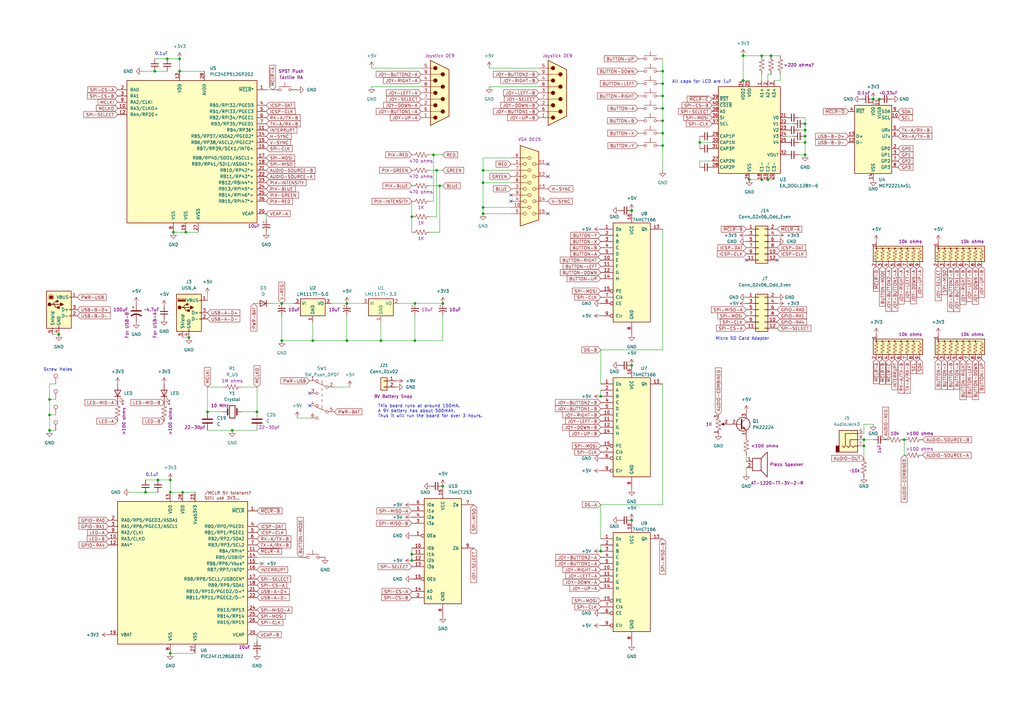
<source format=kicad_sch>
(kicad_sch (version 20230121) (generator eeschema)
  (paper "A3")
  (junction (at 73.66 24.13))
  (junction (at 69.85 201.93))
  (junction (at 312.42 22.86))
  (junction (at 170.18 139.7))
  (junction (at 271.78 44.45))
  (junction (at 287.02 58.42))
  (junction (at 105.41 168.91))
  (junction (at 198.12 74.93))
  (junction (at 20.32 176.53))
  (junction (at 271.78 59.69))
  (junction (at 307.34 73.66))
  (junction (at 115.57 124.46))
  (junction (at 20.32 163.83))
  (junction (at 69.85 196.85))
  (junction (at 181.61 124.46))
  (junction (at 304.8 22.86))
  (junction (at 24.13 137.16))
  (junction (at 71.12 95.25))
  (junction (at 330.2 63.5))
  (junction (at 142.24 139.7))
  (junction (at 74.93 201.93))
  (junction (at 316.23 22.86))
  (junction (at 115.57 139.7))
  (junction (at 128.27 139.7))
  (junction (at 271.78 39.37))
  (junction (at 168.91 88.9))
  (junction (at 271.78 34.29))
  (junction (at 271.78 49.53))
  (junction (at 68.58 24.13))
  (junction (at 246.38 162.56))
  (junction (at 271.78 54.61))
  (junction (at 64.77 196.85))
  (junction (at 330.2 53.34))
  (junction (at 142.24 124.46))
  (junction (at 170.18 124.46))
  (junction (at 198.12 69.85))
  (junction (at 77.47 138.43))
  (junction (at 177.8 63.5))
  (junction (at 246.38 226.06))
  (junction (at 69.85 267.97))
  (junction (at 304.8 33.02))
  (junction (at 198.12 87.63))
  (junction (at 63.5 29.21))
  (junction (at 179.07 69.85))
  (junction (at 198.12 85.09))
  (junction (at 76.2 95.25))
  (junction (at 168.91 227.33))
  (junction (at 181.61 199.39))
  (junction (at 73.66 29.21))
  (junction (at 370.84 180.34))
  (junction (at 259.08 149.86))
  (junction (at 354.33 180.34))
  (junction (at 59.69 201.93))
  (junction (at 330.2 55.88))
  (junction (at 20.32 170.18))
  (junction (at 358.14 40.64))
  (junction (at 168.91 229.87))
  (junction (at 312.42 73.66))
  (junction (at 330.2 50.8))
  (junction (at 314.96 73.66))
  (junction (at 259.08 213.36))
  (junction (at 95.25 176.53))
  (junction (at 180.34 76.2))
  (junction (at 85.09 168.91))
  (junction (at 360.68 40.64))
  (junction (at 271.78 29.21))
  (junction (at 259.08 86.36))
  (junction (at 354.33 182.88))
  (junction (at 330.2 58.42))
  (junction (at 156.21 139.7))
  (no_connect (at 473.71 229.87))
  (no_connect (at 473.71 247.65))
  (no_connect (at 488.95 237.49))
  (no_connect (at 473.71 227.33))
  (no_connect (at 473.71 237.49))
  (no_connect (at 473.71 240.03))
  (no_connect (at 443.23 257.81))
  (no_connect (at 476.25 232.41))
  (no_connect (at 458.47 260.35))
  (no_connect (at 461.01 234.95))
  (no_connect (at 473.71 257.81))
  (no_connect (at 430.53 247.65))
  (no_connect (at 445.77 247.65))
  (no_connect (at 461.01 245.11))
  (no_connect (at 430.53 229.87))
  (no_connect (at 209.55 82.55))
  (no_connect (at 430.53 245.11))
  (no_connect (at 476.25 237.49))
  (no_connect (at 458.47 234.95))
  (no_connect (at 473.71 255.27))
  (no_connect (at 445.77 234.95))
  (no_connect (at 224.79 67.31))
  (no_connect (at 458.47 229.87))
  (no_connect (at 445.77 245.11))
  (no_connect (at 443.23 255.27))
  (no_connect (at 224.79 87.63))
  (no_connect (at 461.01 252.73))
  (no_connect (at 476.25 240.03))
  (no_connect (at 488.95 257.81))
  (no_connect (at 488.95 245.11))
  (no_connect (at 458.47 237.49))
  (no_connect (at 430.53 242.57))
  (no_connect (at 430.53 237.49))
  (no_connect (at 458.47 232.41))
  (no_connect (at 443.23 227.33))
  (no_connect (at 488.95 247.65))
  (no_connect (at 476.25 245.11))
  (no_connect (at 458.47 255.27))
  (no_connect (at 461.01 237.49))
  (no_connect (at 443.23 250.19))
  (no_connect (at 473.71 250.19))
  (no_connect (at 476.25 227.33))
  (no_connect (at 488.95 240.03))
  (no_connect (at 488.95 255.27))
  (no_connect (at 458.47 240.03))
  (no_connect (at 318.77 106.68))
  (no_connect (at 488.95 229.87))
  (no_connect (at 443.23 229.87))
  (no_connect (at 473.71 232.41))
  (no_connect (at 430.53 234.95))
  (no_connect (at 473.71 260.35))
  (no_connect (at 461.01 247.65))
  (no_connect (at 445.77 242.57))
  (no_connect (at 488.95 227.33))
  (no_connect (at 488.95 252.73))
  (no_connect (at 209.55 80.01))
  (no_connect (at 476.25 255.27))
  (no_connect (at 445.77 257.81))
  (no_connect (at 461.01 255.27))
  (no_connect (at 461.01 242.57))
  (no_connect (at 458.47 227.33))
  (no_connect (at 488.95 232.41))
  (no_connect (at 443.23 245.11))
  (no_connect (at 473.71 242.57))
  (no_connect (at 430.53 227.33))
  (no_connect (at 461.01 229.87))
  (no_connect (at 306.07 106.68))
  (no_connect (at 443.23 247.65))
  (no_connect (at 445.77 260.35))
  (no_connect (at 476.25 234.95))
  (no_connect (at 445.77 255.27))
  (no_connect (at 461.01 232.41))
  (no_connect (at 430.53 240.03))
  (no_connect (at 473.71 245.11))
  (no_connect (at 476.25 257.81))
  (no_connect (at 430.53 260.35))
  (no_connect (at 476.25 229.87))
  (no_connect (at 488.95 260.35))
  (no_connect (at 461.01 240.03))
  (no_connect (at 127 161.29))
  (no_connect (at 445.77 250.19))
  (no_connect (at 445.77 229.87))
  (no_connect (at 458.47 252.73))
  (no_connect (at 458.47 250.19))
  (no_connect (at 443.23 232.41))
  (no_connect (at 443.23 234.95))
  (no_connect (at 473.71 234.95))
  (no_connect (at 461.01 250.19))
  (no_connect (at 443.23 260.35))
  (no_connect (at 443.23 237.49))
  (no_connect (at 473.71 252.73))
  (no_connect (at 445.77 237.49))
  (no_connect (at 488.95 234.95))
  (no_connect (at 443.23 240.03))
  (no_connect (at 461.01 257.81))
  (no_connect (at 445.77 252.73))
  (no_connect (at 430.53 250.19))
  (no_connect (at 488.95 250.19))
  (no_connect (at 127 166.37))
  (no_connect (at 476.25 242.57))
  (no_connect (at 445.77 232.41))
  (no_connect (at 461.01 227.33))
  (no_connect (at 476.25 252.73))
  (no_connect (at 458.47 257.81))
  (no_connect (at 443.23 252.73))
  (no_connect (at 458.47 242.57))
  (no_connect (at 476.25 247.65))
  (no_connect (at 430.53 255.27))
  (no_connect (at 461.01 260.35))
  (no_connect (at 445.77 240.03))
  (no_connect (at 430.53 252.73))
  (no_connect (at 430.53 232.41))
  (no_connect (at 476.25 250.19))
  (no_connect (at 445.77 227.33))
  (no_connect (at 476.25 260.35))
  (no_connect (at 430.53 257.81))
  (no_connect (at 224.79 72.39))
  (no_connect (at 458.47 245.11))
  (no_connect (at 443.23 242.57))
  (no_connect (at 488.95 242.57))
  (no_connect (at 458.47 247.65))
  (wire (pts (xy 85.09 176.53) (xy 95.25 176.53)))
  (wire (pts (xy 246.38 226.06) (xy 246.38 223.52)))
  (wire (pts (xy 271.78 157.48) (xy 271.78 207.01)))
  (wire (pts (xy 95.25 176.53) (xy 105.41 176.53)))
  (wire (pts (xy 330.2 48.26) (xy 330.2 50.8)))
  (wire (pts (xy 168.91 82.55) (xy 168.91 88.9)))
  (wire (pts (xy 354.33 173.99) (xy 354.33 177.8)))
  (wire (pts (xy 271.78 44.45) (xy 271.78 39.37)))
  (wire (pts (xy 198.12 87.63) (xy 209.55 87.63)))
  (wire (pts (xy 198.12 85.09) (xy 198.12 74.93)))
  (wire (pts (xy 105.41 168.91) (xy 99.06 168.91)))
  (wire (pts (xy 168.91 88.9) (xy 168.91 95.25)))
  (wire (pts (xy 314.96 33.02) (xy 314.96 30.48)))
  (wire (pts (xy 354.33 182.88) (xy 354.33 187.96)))
  (wire (pts (xy 69.85 196.85) (xy 64.77 196.85)))
  (wire (pts (xy 105.41 228.6) (xy 123.19 228.6)))
  (wire (pts (xy 271.78 49.53) (xy 271.78 44.45)))
  (wire (pts (xy 85.09 158.75) (xy 85.09 168.91)))
  (wire (pts (xy 105.41 262.89) (xy 105.41 260.35)))
  (wire (pts (xy 327.66 63.5) (xy 330.2 63.5)))
  (wire (pts (xy 74.93 201.93) (xy 80.01 201.93)))
  (wire (pts (xy 142.24 124.46) (xy 148.59 124.46)))
  (wire (pts (xy 271.78 59.69) (xy 271.78 54.61)))
  (wire (pts (xy 271.78 54.61) (xy 271.78 49.53)))
  (wire (pts (xy 121.92 171.45) (xy 127 171.45)))
  (wire (pts (xy 181.61 124.46) (xy 170.18 124.46)))
  (wire (pts (xy 176.53 95.25) (xy 180.34 95.25)))
  (wire (pts (xy 111.76 124.46) (xy 115.57 124.46)))
  (wire (pts (xy 271.78 39.37) (xy 271.78 34.29)))
  (wire (pts (xy 304.8 22.86) (xy 304.8 33.02)))
  (wire (pts (xy 322.58 50.8) (xy 325.12 50.8)))
  (wire (pts (xy 24.13 137.16) (xy 21.59 137.16)))
  (wire (pts (xy 76.2 95.25) (xy 81.28 95.25)))
  (wire (pts (xy 320.04 33.02) (xy 320.04 30.48)))
  (wire (pts (xy 306.07 194.31) (xy 306.07 191.77)))
  (wire (pts (xy 115.57 129.54) (xy 115.57 139.7)))
  (wire (pts (xy 20.32 163.83) (xy 22.86 163.83)))
  (wire (pts (xy 330.2 58.42) (xy 327.66 58.42)))
  (wire (pts (xy 128.27 132.08) (xy 128.27 139.7)))
  (wire (pts (xy 20.32 176.53) (xy 22.86 176.53)))
  (wire (pts (xy 330.2 63.5) (xy 330.2 58.42)))
  (wire (pts (xy 198.12 85.09) (xy 209.55 85.09)))
  (wire (pts (xy 53.34 201.93) (xy 59.69 201.93)))
  (wire (pts (xy 20.32 170.18) (xy 22.86 170.18)))
  (wire (pts (xy 181.61 129.54) (xy 181.61 139.7)))
  (wire (pts (xy 198.12 74.93) (xy 209.55 74.93)))
  (wire (pts (xy 287.02 55.88) (xy 287.02 58.42)))
  (wire (pts (xy 314.96 73.66) (xy 312.42 73.66)))
  (wire (pts (xy 181.61 63.5) (xy 177.8 63.5)))
  (wire (pts (xy 181.61 76.2) (xy 180.34 76.2)))
  (wire (pts (xy 168.91 229.87) (xy 168.91 227.33)))
  (wire (pts (xy 327.66 48.26) (xy 330.2 48.26)))
  (wire (pts (xy 306.07 186.69) (xy 306.07 189.23)))
  (wire (pts (xy 85.09 158.75) (xy 91.44 158.75)))
  (wire (pts (xy 115.57 124.46) (xy 120.65 124.46)))
  (wire (pts (xy 152.4 27.94) (xy 172.72 27.94)))
  (wire (pts (xy 135.89 124.46) (xy 142.24 124.46)))
  (wire (pts (xy 109.22 36.83) (xy 111.76 36.83)))
  (wire (pts (xy 322.58 55.88) (xy 325.12 55.88)))
  (wire (pts (xy 246.38 143.51) (xy 246.38 157.48)))
  (wire (pts (xy 314.96 30.48) (xy 316.23 30.48)))
  (wire (pts (xy 179.07 69.85) (xy 179.07 88.9)))
  (wire (pts (xy 198.12 87.63) (xy 198.12 85.09)))
  (wire (pts (xy 156.21 139.7) (xy 170.18 139.7)))
  (wire (pts (xy 246.38 207.01) (xy 246.38 220.98)))
  (wire (pts (xy 142.24 129.54) (xy 142.24 139.7)))
  (wire (pts (xy 163.83 124.46) (xy 170.18 124.46)))
  (wire (pts (xy 180.34 76.2) (xy 180.34 95.25)))
  (wire (pts (xy 271.78 59.69) (xy 271.78 69.85)))
  (wire (pts (xy 271.78 207.01) (xy 246.38 207.01)))
  (wire (pts (xy 320.04 22.86) (xy 316.23 22.86)))
  (wire (pts (xy 287.02 66.04) (xy 292.1 66.04)))
  (wire (pts (xy 200.66 27.94) (xy 220.98 27.94)))
  (wire (pts (xy 198.12 64.77) (xy 209.55 64.77)))
  (wire (pts (xy 177.8 63.5) (xy 177.8 82.55)))
  (wire (pts (xy 179.07 69.85) (xy 176.53 69.85)))
  (wire (pts (xy 198.12 69.85) (xy 198.12 64.77)))
  (wire (pts (xy 246.38 162.56) (xy 246.38 160.02)))
  (wire (pts (xy 20.32 163.83) (xy 20.32 170.18)))
  (wire (pts (xy 317.5 33.02) (xy 320.04 33.02)))
  (wire (pts (xy 85.09 168.91) (xy 91.44 168.91)))
  (wire (pts (xy 304.8 22.86) (xy 312.42 22.86)))
  (wire (pts (xy 63.5 29.21) (xy 68.58 29.21)))
  (wire (pts (xy 115.57 139.7) (xy 128.27 139.7)))
  (wire (pts (xy 198.12 69.85) (xy 209.55 69.85)))
  (wire (pts (xy 68.58 24.13) (xy 63.5 24.13)))
  (wire (pts (xy 128.27 139.7) (xy 142.24 139.7)))
  (wire (pts (xy 176.53 88.9) (xy 179.07 88.9)))
  (wire (pts (xy 287.02 58.42) (xy 292.1 58.42)))
  (wire (pts (xy 271.78 29.21) (xy 271.78 24.13)))
  (wire (pts (xy 143.51 158.75) (xy 137.16 158.75)))
  (wire (pts (xy 99.06 158.75) (xy 105.41 158.75)))
  (wire (pts (xy 330.2 53.34) (xy 330.2 55.88)))
  (wire (pts (xy 69.85 201.93) (xy 74.93 201.93)))
  (wire (pts (xy 20.32 157.48) (xy 20.32 163.83)))
  (wire (pts (xy 176.53 82.55) (xy 177.8 82.55)))
  (wire (pts (xy 64.77 196.85) (xy 59.69 196.85)))
  (wire (pts (xy 317.5 73.66) (xy 314.96 73.66)))
  (wire (pts (xy 85.09 120.65) (xy 85.09 123.19)))
  (wire (pts (xy 168.91 227.33) (xy 168.91 224.79)))
  (wire (pts (xy 109.22 90.17) (xy 109.22 87.63)))
  (wire (pts (xy 20.32 170.18) (xy 20.32 176.53)))
  (wire (pts (xy 156.21 132.08) (xy 156.21 139.7)))
  (wire (pts (xy 271.78 34.29) (xy 271.78 29.21)))
  (wire (pts (xy 316.23 22.86) (xy 312.42 22.86)))
  (wire (pts (xy 271.78 93.98) (xy 271.78 143.51)))
  (wire (pts (xy 170.18 129.54) (xy 170.18 139.7)))
  (wire (pts (xy 73.66 24.13) (xy 68.58 24.13)))
  (wire (pts (xy 287.02 58.42) (xy 287.02 60.96)))
  (wire (pts (xy 354.33 180.34) (xy 358.14 180.34)))
  (wire (pts (xy 180.34 76.2) (xy 176.53 76.2)))
  (wire (pts (xy 22.86 157.48) (xy 20.32 157.48)))
  (wire (pts (xy 370.84 180.34) (xy 370.84 186.69)))
  (wire (pts (xy 69.85 267.97) (xy 80.01 267.97)))
  (wire (pts (xy 327.66 53.34) (xy 330.2 53.34)))
  (wire (pts (xy 304.8 33.02) (xy 307.34 33.02)))
  (wire (pts (xy 198.12 74.93) (xy 198.12 69.85)))
  (wire (pts (xy 71.12 95.25) (xy 76.2 95.25)))
  (wire (pts (xy 58.42 29.21) (xy 63.5 29.21)))
  (wire (pts (xy 354.33 180.34) (xy 354.33 182.88)))
  (wire (pts (xy 354.33 173.99) (xy 358.14 173.99)))
  (wire (pts (xy 200.66 35.56) (xy 220.98 35.56)))
  (wire (pts (xy 358.14 40.64) (xy 360.68 40.64)))
  (wire (pts (xy 105.41 158.75) (xy 105.41 168.91)))
  (wire (pts (xy 330.2 50.8) (xy 330.2 53.34)))
  (wire (pts (xy 74.93 138.43) (xy 77.47 138.43)))
  (wire (pts (xy 73.66 24.13) (xy 73.66 29.21)))
  (wire (pts (xy 271.78 143.51) (xy 246.38 143.51)))
  (wire (pts (xy 142.24 139.7) (xy 156.21 139.7)))
  (wire (pts (xy 181.61 69.85) (xy 179.07 69.85)))
  (wire (pts (xy 170.18 139.7) (xy 181.61 139.7)))
  (wire (pts (xy 73.66 29.21) (xy 83.82 29.21)))
  (wire (pts (xy 287.02 68.58) (xy 287.02 66.04)))
  (wire (pts (xy 177.8 63.5) (xy 176.53 63.5)))
  (wire (pts (xy 330.2 55.88) (xy 330.2 58.42)))
  (wire (pts (xy 69.85 196.85) (xy 69.85 201.93)))
  (wire (pts (xy 312.42 30.48) (xy 312.42 33.02)))
  (wire (pts (xy 59.69 201.93) (xy 64.77 201.93)))
  (wire (pts (xy 152.4 35.56) (xy 172.72 35.56)))
  (wire (pts (xy 312.42 73.66) (xy 307.34 73.66)))
  (text "0.1uF" (at 59.69 195.58 0) (effects (font (size 1.27 1.27)) (justify left bottom)))
  (text "0.1uF" (at 63.5 22.86 0) (effects (font (size 1.27 1.27)) (justify left bottom)))
  (text "Screw Holes" (at 17.78 152.4 0) (effects (font (size 1.27 1.27)) (justify left bottom)))
  (text "This board runs at around 150mA.\nA 9V battery has about 500mAh.\nThus it will run the board for over 3 hours." (at 154.94 171.45 0) (effects (font (size 1.27 1.27)) (justify left bottom)))
  (text "Micro SD Card Adapter" (at 293.37 139.7 0) (effects (font (size 1.27 1.27)) (justify left bottom)))
  (text "All caps for LCD are 1uF" (at 275.59 34.29 0) (effects (font (size 1.27 1.27)) (justify left bottom)))
  (global_label "JOY-LEFT-A" (shape input) (at 172.72 38.1 180) (property "Intersheetrefs" "${INTERSHEET_REFS}" (effects hide)))
  (global_label "BUTTON-B" (shape input) (at 246.38 101.6 180) (property "Intersheetrefs" "${INTERSHEET_REFS}" (effects hide)))
  (global_label "JOY-SELECT" (shape input) (at 384.81 109.22 270) (property "Intersheetrefs" "${INTERSHEET_REFS}" (effects hide)))
  (global_label "USB-B-D+" (shape input) (at 31.75 127 0) (property "Intersheetrefs" "${INTERSHEET_REFS}" (effects hide)))
  (global_label "JOY-UP-A" (shape input) (at 246.38 241.3 180) (property "Intersheetrefs" "${INTERSHEET_REFS}" (effects hide)))
  (global_label "BUTTON-DOWN" (shape input) (at 246.38 111.76 180) (property "Intersheetrefs" "${INTERSHEET_REFS}" (effects hide)))
  (global_label "SPI-MOSI" (shape input) (at 246.38 119.38 180) (property "Intersheetrefs" "${INTERSHEET_REFS}" (effects hide)))
  (global_label "USB-B-D-" (shape input) (at 347.98 58.42 180) (property "Intersheetrefs" "${INTERSHEET_REFS}" (effects hide)))
  (global_label "JOY-RIGHT-B" (shape input) (at 220.98 33.02 180) (property "Intersheetrefs" "${INTERSHEET_REFS}" (effects hide)))
  (global_label "~{MCLR-C}" (shape input) (at 292.1 40.64 180) (property "Intersheetrefs" "${INTERSHEET_REFS}" (effects hide)))
  (global_label "JOY-DOWN-A" (shape input) (at 172.72 43.18 180) (property "Intersheetrefs" "${INTERSHEET_REFS}" (effects hide)))
  (global_label "BUTTON-RIGHT" (shape input) (at 394.97 147.32 270) (property "Intersheetrefs" "${INTERSHEET_REFS}" (effects hide)))
  (global_label "JOY-UP-A" (shape input) (at 172.72 48.26 180) (property "Intersheetrefs" "${INTERSHEET_REFS}" (effects hide)))
  (global_label "SPI-CLK" (shape input) (at 105.41 255.27 0) (property "Intersheetrefs" "${INTERSHEET_REFS}" (effects hide)))
  (global_label "SPI-CLK" (shape input) (at 246.38 121.92 180) (property "Intersheetrefs" "${INTERSHEET_REFS}" (effects hide)))
  (global_label "ICSP-DAT" (shape input) (at 306.07 101.6 180) (property "Intersheetrefs" "${INTERSHEET_REFS}" (effects hide)))
  (global_label "JOY-BUTTON2-A" (shape input) (at 364.49 109.22 270) (property "Intersheetrefs" "${INTERSHEET_REFS}" (effects hide)))
  (global_label "V-SYNC" (shape input) (at 224.79 82.55 0) (property "Intersheetrefs" "${INTERSHEET_REFS}" (effects hide)))
  (global_label "GPIO-RA4" (shape input) (at 44.45 223.52 180) (property "Intersheetrefs" "${INTERSHEET_REFS}" (effects hide)))
  (global_label "BUTTON-LEFT" (shape input) (at 246.38 109.22 180) (property "Intersheetrefs" "${INTERSHEET_REFS}" (effects hide)))
  (global_label "PIX-RED" (shape input) (at 109.22 82.55 0) (property "Intersheetrefs" "${INTERSHEET_REFS}" (effects hide)))
  (global_label "JOY-DOWN-B" (shape input) (at 400.05 109.22 270) (property "Intersheetrefs" "${INTERSHEET_REFS}" (effects hide)))
  (global_label "PWR-BAT" (shape input) (at 137.16 168.91 0) (property "Intersheetrefs" "${INTERSHEET_REFS}" (effects hide)))
  (global_label "SPI-MOSI" (shape input) (at 105.41 252.73 0) (property "Intersheetrefs" "${INTERSHEET_REFS}" (effects hide)))
  (global_label "BUTTON-X" (shape input) (at 387.35 147.32 270) (property "Intersheetrefs" "${INTERSHEET_REFS}" (effects hide)))
  (global_label "SPI-CLK" (shape input) (at 246.38 248.92 180) (property "Intersheetrefs" "${INTERSHEET_REFS}" (effects hide)))
  (global_label "ICSP-CLK" (shape input) (at 306.07 104.14 180) (property "Intersheetrefs" "${INTERSHEET_REFS}" (effects hide)))
  (global_label "BUTTON-Y" (shape input) (at 261.62 59.69 180) (property "Intersheetrefs" "${INTERSHEET_REFS}" (effects hide)))
  (global_label "~{MCLR-D}" (shape input) (at 359.41 109.22 270) (property "Intersheetrefs" "${INTERSHEET_REFS}" (effects hide)))
  (global_label "BUTTON-UP" (shape input) (at 261.62 24.13 180) (property "Intersheetrefs" "${INTERSHEET_REFS}" (effects hide)))
  (global_label "TX-A{slash}RX-B" (shape input) (at 372.11 147.32 270) (property "Intersheetrefs" "${INTERSHEET_REFS}" (effects hide)))
  (global_label "AUDIO-SOURCE-B" (shape input) (at 378.46 180.34 0) (property "Intersheetrefs" "${INTERSHEET_REFS}" (effects hide)))
  (global_label "JOY-BUTTON2-A" (shape input) (at 172.72 30.48 180) (property "Intersheetrefs" "${INTERSHEET_REFS}" (effects hide)))
  (global_label "ICSP-DAT" (shape input) (at 109.22 43.18 0) (property "Intersheetrefs" "${INTERSHEET_REFS}" (effects hide)))
  (global_label "RX-A{slash}TX-B" (shape input) (at 369.57 147.32 270) (property "Intersheetrefs" "${INTERSHEET_REFS}" (effects hide)))
  (global_label "JOY-BUTTON1-A" (shape input) (at 246.38 231.14 180) (property "Intersheetrefs" "${INTERSHEET_REFS}" (effects hide)))
  (global_label "SPI-CS-A" (shape input) (at 105.41 240.03 0) (property "Intersheetrefs" "${INTERSHEET_REFS}" (effects hide)))
  (global_label "BUTTON-LEFT" (shape input) (at 397.51 147.32 270) (property "Intersheetrefs" "${INTERSHEET_REFS}" (effects hide)))
  (global_label "SPI-CS-A" (shape input) (at 48.26 36.83 180) (property "Intersheetrefs" "${INTERSHEET_REFS}" (effects hide)))
  (global_label "BUTTON-Y" (shape input) (at 246.38 96.52 180) (property "Intersheetrefs" "${INTERSHEET_REFS}" (effects hide)))
  (global_label "USB-A-D-" (shape input) (at 105.41 245.11 0) (property "Intersheetrefs" "${INTERSHEET_REFS}" (effects hide)))
  (global_label "ICSP-CLK" (shape input) (at 105.41 218.44 0) (property "Intersheetrefs" "${INTERSHEET_REFS}" (effects hide)))
  (global_label "PIX-INTENSITY" (shape input) (at 168.91 82.55 180) (property "Intersheetrefs" "${INTERSHEET_REFS}" (effects hide)))
  (global_label "MCLKI" (shape input) (at 85.09 158.75 90) (property "Intersheetrefs" "${INTERSHEET_REFS}" (effects hide)))
  (global_label "SPI-MISO-A" (shape input) (at 168.91 209.55 180) (property "Intersheetrefs" "${INTERSHEET_REFS}" (effects hide)))
  (global_label "LED-B" (shape input) (at 44.45 220.98 180) (property "Intersheetrefs" "${INTERSHEET_REFS}" (effects hide)))
  (global_label "BLUE" (shape input) (at 181.61 76.2 0) (property "Intersheetrefs" "${INTERSHEET_REFS}" (effects hide)))
  (global_label "JOY-SELECT" (shape input) (at 172.72 40.64 180) (property "Intersheetrefs" "${INTERSHEET_REFS}" (effects hide)))
  (global_label "USB-B-D-" (shape input) (at 31.75 129.54 0) (property "Intersheetrefs" "${INTERSHEET_REFS}" (effects hide)))
  (global_label "ICSP-CLK" (shape input) (at 109.22 45.72 0) (property "Intersheetrefs" "${INTERSHEET_REFS}" (effects hide)))
  (global_label "JOY-RIGHT-A" (shape input) (at 172.72 33.02 180) (property "Intersheetrefs" "${INTERSHEET_REFS}" (effects hide)))
  (global_label "BUTTON-DOWN" (shape input) (at 400.05 147.32 270) (property "Intersheetrefs" "${INTERSHEET_REFS}" (effects hide)))
  (global_label "ICSP-DAT" (shape input) (at 318.77 101.6 0) (property "Intersheetrefs" "${INTERSHEET_REFS}" (effects hide)))
  (global_label "BUTTON-RIGHT" (shape input) (at 261.62 39.37 180) (property "Intersheetrefs" "${INTERSHEET_REFS}" (effects hide)))
  (global_label "GPIO-RA1" (shape input) (at 44.45 215.9 180) (property "Intersheetrefs" "${INTERSHEET_REFS}" (effects hide)))
  (global_label "PIX-BLUE" (shape input) (at 109.22 77.47 0) (property "Intersheetrefs" "${INTERSHEET_REFS}" (effects hide)))
  (global_label "LED-MID-B" (shape input) (at 67.31 165.1 180) (property "Intersheetrefs" "${INTERSHEET_REFS}" (effects hide)))
  (global_label "JOY-DOWN-A" (shape input) (at 374.65 109.22 270) (property "Intersheetrefs" "${INTERSHEET_REFS}" (effects hide)))
  (global_label "AUDIO-COMBINED" (shape input) (at 294.64 170.18 90) (property "Intersheetrefs" "${INTERSHEET_REFS}" (effects hide)))
  (global_label "SPI-CS-B" (shape input) (at 292.1 43.18 180) (property "Intersheetrefs" "${INTERSHEET_REFS}" (effects hide)))
  (global_label "BUTTON-B" (shape input) (at 261.62 49.53 180) (property "Intersheetrefs" "${INTERSHEET_REFS}" (effects hide)))
  (global_label "MCLKO" (shape input) (at 48.26 44.45 180) (property "Intersheetrefs" "${INTERSHEET_REFS}" (effects hide)))
  (global_label "SPI-MISO" (shape input) (at 109.22 67.31 0) (property "Intersheetrefs" "${INTERSHEET_REFS}" (effects hide)))
  (global_label "ICSP-CLK" (shape input) (at 318.77 104.14 0) (property "Intersheetrefs" "${INTERSHEET_REFS}" (effects hide)))
  (global_label "GP1" (shape input) (at 368.3 63.5 0) (property "Intersheetrefs" "${INTERSHEET_REFS}" (effects hide)))
  (global_label "SPI-MISO-A" (shape input) (at 105.41 250.19 0) (property "Intersheetrefs" "${INTERSHEET_REFS}" (effects hide)))
  (global_label "SDA" (shape input) (at 368.3 45.72 0) (property "Intersheetrefs" "${INTERSHEET_REFS}" (effects hide)))
  (global_label "SPI-CS-A" (shape input) (at 306.07 134.62 180) (property "Intersheetrefs" "${INTERSHEET_REFS}" (effects hide)))
  (global_label "GPIO-RA0" (shape input) (at 318.77 127 0) (property "Intersheetrefs" "${INTERSHEET_REFS}" (effects hide)))
  (global_label "GP0" (shape input) (at 368.3 60.96 0) (property "Intersheetrefs" "${INTERSHEET_REFS}" (effects hide)))
  (global_label "JOY-RIGHT-B" (shape input) (at 246.38 170.18 180) (property "Intersheetrefs" "${INTERSHEET_REFS}" (effects hide)))
  (global_label "JOY-BUTTON1-B" (shape input) (at 220.98 45.72 180) (property "Intersheetrefs" "${INTERSHEET_REFS}" (effects hide)))
  (global_label "MCLKO" (shape input) (at 105.41 158.75 90) (property "Intersheetrefs" "${INTERSHEET_REFS}" (effects hide)))
  (global_label "BUTTON-DOWN" (shape input) (at 261.62 29.21 180) (property "Intersheetrefs" "${INTERSHEET_REFS}" (effects hide)))
  (global_label "JOY-BUTTON1-B" (shape input) (at 246.38 167.64 180) (property "Intersheetrefs" "${INTERSHEET_REFS}" (effects hide)))
  (global_label "JOY-BUTTON1-A" (shape input) (at 367.03 109.22 270) (property "Intersheetrefs" "${INTERSHEET_REFS}" (effects hide)))
  (global_label "SPI-MISO" (shape input) (at 194.31 207.01 270) (property "Intersheetrefs" "${INTERSHEET_REFS}" (effects hide)))
  (global_label "BUTTON-RIGHT" (shape input) (at 246.38 106.68 180) (property "Intersheetrefs" "${INTERSHEET_REFS}" (effects hide)))
  (global_label "LED-A" (shape input) (at 44.45 218.44 180) (property "Intersheetrefs" "${INTERSHEET_REFS}" (effects hide)))
  (global_label "VCAP-A" (shape input) (at 109.22 87.63 0) (property "Intersheetrefs" "${INTERSHEET_REFS}" (effects hide)))
  (global_label "JOY-RIGHT-A" (shape input) (at 246.38 233.68 180) (property "Intersheetrefs" "${INTERSHEET_REFS}" (effects hide)))
  (global_label "SCL" (shape input) (at 368.3 48.26 0) (property "Intersheetrefs" "${INTERSHEET_REFS}" (effects hide)))
  (global_label "PWR-BAT" (shape input) (at 104.14 124.46 270) (property "Intersheetrefs" "${INTERSHEET_REFS}" (effects hide)))
  (global_label "SPI-SELECT" (shape input) (at 105.41 237.49 0) (property "Intersheetrefs" "${INTERSHEET_REFS}" (effects hide)))
  (global_label "JOY-BUTTON1-A" (shape input) (at 172.72 45.72 180) (property "Intersheetrefs" "${INTERSHEET_REFS}" (effects hide)))
  (global_label "~{MCLR-B}" (shape input) (at 105.41 209.55 0) (property "Intersheetrefs" "${INTERSHEET_REFS}" (effects hide)))
  (global_label "JOY-BUTTON2-B" (shape input) (at 220.98 30.48 180) (property "Intersheetrefs" "${INTERSHEET_REFS}" (effects hide)))
  (global_label "SPI-MOSI" (shape input) (at 306.07 129.54 180) (property "Intersheetrefs" "${INTERSHEET_REFS}" (effects hide)))
  (global_label "~{MCLR-D}" (shape input) (at 347.98 45.72 180) (property "Intersheetrefs" "${INTERSHEET_REFS}" (effects hide)))
  (global_label "BUTTON-MODE" (shape input) (at 361.95 109.22 270) (property "Intersheetrefs" "${INTERSHEET_REFS}" (effects hide)))
  (global_label "SPI-CS-A" (shape input) (at 168.91 242.57 180) (property "Intersheetrefs" "${INTERSHEET_REFS}" (effects hide)))
  (global_label "DS-A" (shape input) (at 246.38 207.01 180) (property "Intersheetrefs" "${INTERSHEET_REFS}" (effects hide)))
  (global_label "JOY-RIGHT-B" (shape input) (at 394.97 109.22 270) (property "Intersheetrefs" "${INTERSHEET_REFS}" (effects hide)))
  (global_label "SPI-CLK" (shape input) (at 292.1 50.8 180) (property "Intersheetrefs" "${INTERSHEET_REFS}" (effects hide)))
  (global_label "INTERRUPT" (shape input) (at 109.22 53.34 0) (property "Intersheetrefs" "${INTERSHEET_REFS}" (effects hide)))
  (global_label "SPI-MISO-B" (shape input) (at 271.78 220.98 270) (property "Intersheetrefs" "${INTERSHEET_REFS}" (effects hide)))
  (global_label "~{MCLR-C}" (shape input) (at 364.49 147.32 270) (property "Intersheetrefs" "${INTERSHEET_REFS}" (effects hide)))
  (global_label "DS-B" (shape input) (at 246.38 143.51 180) (property "Intersheetrefs" "${INTERSHEET_REFS}" (effects hide)))
  (global_label "RX-A{slash}TX-B" (shape input) (at 368.3 55.88 0) (property "Intersheetrefs" "${INTERSHEET_REFS}" (effects hide)))
  (global_label "SPI-CS-B" (shape input) (at 48.26 39.37 180) (property "Intersheetrefs" "${INTERSHEET_REFS}" (effects hide)))
  (global_label "JOY-BUTTON2-B" (shape input) (at 389.89 109.22 270) (property "Intersheetrefs" "${INTERSHEET_REFS}" (effects hide)))
  (global_label "~{MCLR-B}" (shape input) (at 306.07 93.98 180) (property "Intersheetrefs" "${INTERSHEET_REFS}" (effects hide)))
  (global_label "JOY-DOWN-B" (shape input) (at 246.38 175.26 180) (property "Intersheetrefs" "${INTERSHEET_REFS}" (effects hide)))
  (global_label "BUTTON-UP" (shape input) (at 402.59 147.32 270) (property "Intersheetrefs" "${INTERSHEET_REFS}" (effects hide)))
  (global_label "SPI-SELECT" (shape input) (at 318.77 134.62 0) (property "Intersheetrefs" "${INTERSHEET_REFS}" (effects hide)))
  (global_label "PWR-USB" (shape input) (at 127 156.21 180) (property "Intersheetrefs" "${INTERSHEET_REFS}" (effects hide)))
  (global_label "USB-B-D+" (shape input) (at 347.98 55.88 180) (property "Intersheetrefs" "${INTERSHEET_REFS}" (effects hide)))
  (global_label "V-SYNC" (shape input) (at 109.22 58.42 0) (property "Intersheetrefs" "${INTERSHEET_REFS}" (effects hide)))
  (global_label "JOY-LEFT-A" (shape input) (at 246.38 236.22 180) (property "Intersheetrefs" "${INTERSHEET_REFS}" (effects hide)))
  (global_label "AUDIO-SOURCE-A" (shape input) (at 109.22 72.39 0) (property "Intersheetrefs" "${INTERSHEET_REFS}" (effects hide)))
  (global_label "TX-A{slash}RX-B" (shape input) (at 105.41 223.52 0) (property "Intersheetrefs" "${INTERSHEET_REFS}" (effects hide)))
  (global_label "JOY-UP-B" (shape input) (at 402.59 109.22 270) (property "Intersheetrefs" "${INTERSHEET_REFS}" (effects hide)))
  (global_label "TX-A{slash}RX-B" (shape input) (at 109.22 50.8 0) (property "Intersheetrefs" "${INTERSHEET_REFS}" (effects hide)))
  (global_label "BUTTON-A" (shape input) (at 392.43 147.32 270) (property "Intersheetrefs" "${INTERSHEET_REFS}" (effects hide)))
  (global_label "JOY-BUTTON1-B" (shape input) (at 392.43 109.22 270) (property "Intersheetrefs" "${INTERSHEET_REFS}" (effects hide)))
  (global_label "BLUE" (shape input) (at 209.55 77.47 180) (property "Intersheetrefs" "${INTERSHEET_REFS}" (effects hide)))
  (global_label "BUTTON-B" (shape input) (at 389.89 147.32 270) (property "Intersheetrefs" "${INTERSHEET_REFS}" (effects hide)))
  (global_label "PIX-INTENSITY" (shape input) (at 109.22 74.93 0) (property "Intersheetrefs" "${INTERSHEET_REFS}" (effects hide)))
  (global_label "MCLKI" (shape input) (at 48.26 41.91 180) (property "Intersheetrefs" "${INTERSHEET_REFS}" (effects hide)))
  (global_label "AUDIO-SOURCE-A" (shape input) (at 378.46 186.69 0) (property "Intersheetrefs" "${INTERSHEET_REFS}" (effects hide)))
  (global_label "RX-A{slash}TX-B" (shape input) (at 105.41 220.98 0) (property "Intersheetrefs" "${INTERSHEET_REFS}" (effects hide)))
  (global_label "AUDIO-NEG" (shape input) (at 363.22 180.34 90) (property "Intersheetrefs" "${INTERSHEET_REFS}" (effects hide)))
  (global_label "BUTTON-LEFT" (shape input) (at 261.62 34.29 180) (property "Intersheetrefs" "${INTERSHEET_REFS}" (effects hide)))
  (global_label "GPIO-RA0" (shape input) (at 44.45 213.36 180) (property "Intersheetrefs" "${INTERSHEET_REFS}" (effects hide)))
  (global_label "JOY-LEFT-B" (shape input) (at 220.98 38.1 180) (property "Intersheetrefs" "${INTERSHEET_REFS}" (effects hide)))
  (global_label "BUTTON-X" (shape input) (at 246.38 99.06 180) (property "Intersheetrefs" "${INTERSHEET_REFS}" (effects hide)))
  (global_label "JOY-DOWN-A" (shape input) (at 246.38 238.76 180) (property "Intersheetrefs" "${INTERSHEET_REFS}" (effects hide)))
  (global_label "JOY-LEFT-B" (shape input) (at 246.38 172.72 180) (property "Intersheetrefs" "${INTERSHEET_REFS}" (effects hide)))
  (global_label "BUTTON-Y" (shape input) (at 384.81 147.32 270) (property "Intersheetrefs" "${INTERSHEET_REFS}" (effects hide)))
  (global_label "SPI-MOSI" (shape input) (at 246.38 246.38 180) (property "Intersheetrefs" "${INTERSHEET_REFS}" (effects hide)))
  (global_label "BUTTON-MODE" (shape input) (at 123.19 228.6 90) (property "Intersheetrefs" "${INTERSHEET_REFS}" (effects hide)))
  (global_label "BUTTON-UP" (shape input) (at 246.38 114.3 180) (property "Intersheetrefs" "${INTERSHEET_REFS}" (effects hide)))
  (global_label "SCL" (shape input) (at 374.65 147.32 270) (property "Intersheetrefs" "${INTERSHEET_REFS}" (effects hide)))
  (global_label "GPIO-RA1" (shape input) (at 318.77 129.54 0) (property "Intersheetrefs" "${INTERSHEET_REFS}" (effects hide)))
  (global_label "SPI-CLK" (shape input) (at 306.07 132.08 180) (property "Intersheetrefs" "${INTERSHEET_REFS}" (effects hide)))
  (global_label "GP2" (shape input) (at 368.3 66.04 0) (property "Intersheetrefs" "${INTERSHEET_REFS}" (effects hide)))
  (global_label "USB-A-D+" (shape input) (at 105.41 242.57 0) (property "Intersheetrefs" "${INTERSHEET_REFS}" (effects hide)))
  (global_label "RED" (shape input) (at 209.55 67.31 180) (property "Intersheetrefs" "${INTERSHEET_REFS}" (effects hide)))
  (global_label "SPI-CLK" (shape input) (at 246.38 185.42 180) (property "Intersheetrefs" "${INTERSHEET_REFS}" (effects hide)))
  (global_label "SPI-MISO-A" (shape input) (at 306.07 127 180) (property "Intersheetrefs" "${INTERSHEET_REFS}" (effects hide)))
  (global_label "AUDIO-SOURCE-B" (shape input) (at 109.22 69.85 0) (property "Intersheetrefs" "${INTERSHEET_REFS}" (effects hide)))
  (global_label "PIX-GREEN" (shape input) (at 168.91 69.85 180) (property "Intersheetrefs" "${INTERSHEET_REFS}" (effects hide)))
  (global_label "GREEN" (shape input) (at 181.61 69.85 0) (property "Intersheetrefs" "${INTERSHEET_REFS}" (effects hide)))
  (global_label "ICSP-DAT" (shape input) (at 105.41 215.9 0) (property "Intersheetrefs" "${INTERSHEET_REFS}" (effects hide)))
  (global_label "BUTTON-A" (shape input) (at 261.62 44.45 180) (property "Intersheetrefs" "${INTERSHEET_REFS}" (effects hide)))
  (global_label "PIX-GREEN" (shape input) (at 109.22 80.01 0) (property "Intersheetrefs" "${INTERSHEET_REFS}" (effects hide)))
  (global_label "BUTTON-A" (shape input) (at 246.38 104.14 180) (property "Intersheetrefs" "${INTERSHEET_REFS}" (effects hide)))
  (global_label "SPI-CLK" (shape input) (at 109.22 60.96 0) (property "Intersheetrefs" "${INTERSHEET_REFS}" (effects hide)))
  (global_label "SPI-MISO-B" (shape input) (at 168.91 214.63 180) (property "Intersheetrefs" "${INTERSHEET_REFS}" (effects hide)))
  (global_label "GP3" (shape input) (at 368.3 68.58 0) (property "Intersheetrefs" "${INTERSHEET_REFS}" (effects hide)))
  (global_label "AUDIO-OUT" (shape input) (at 354.33 187.96 180) (property "Intersheetrefs" "${INTERSHEET_REFS}" (effects hide)))
  (global_label "~{MCLR-A}" (shape input) (at 111.76 36.83 90) (property "Intersheetrefs" "${INTERSHEET_REFS}" (effects hide)))
  (global_label "USB-A-D-" (shape input) (at 85.09 130.81 0) (property "Intersheetrefs" "${INTERSHEET_REFS}" (effects hide)))
  (global_label "PIX-RED" (shape input) (at 168.91 63.5 180) (property "Intersheetrefs" "${INTERSHEET_REFS}" (effects hide)))
  (global_label "RED" (shape input) (at 181.61 63.5 0) (property "Intersheetrefs" "${INTERSHEET_REFS}" (effects hide)))
  (global_label "SDA" (shape input) (at 377.19 147.32 270) (property "Intersheetrefs" "${INTERSHEET_REFS}" (effects hide)))
  (global_label "JOY-SELECT" (shape input) (at 194.31 224.79 270) (property "Intersheetrefs" "${INTERSHEET_REFS}" (effects hide)))
  (global_label "BUTTON-X" (shape input) (at 261.62 54.61 180) (property "Intersheetrefs" "${INTERSHEET_REFS}" (effects hide)))
  (global_label "PWR-USB" (shape input) (at 31.75 121.92 0) (property "Intersheetrefs" "${INTERSHEET_REFS}" (effects hide)))
  (global_label "SPI-MOSI" (shape input) (at 292.1 48.26 180) (property "Intersheetrefs" "${INTERSHEET_REFS}" (effects hide)))
  (global_label "LED-MID-A" (shape input) (at 48.26 165.1 180) (property "Intersheetrefs" "${INTERSHEET_REFS}" (effects hide)))
  (global_label "GPIO-RA4" (shape input) (at 318.77 132.08 0) (property "Intersheetrefs" "${INTERSHEET_REFS}" (effects hide)))
  (global_label "LED-A" (shape input) (at 48.26 172.72 180) (property "Intersheetrefs" "${INTERSHEET_REFS}" (effects hide)))
  (global_label "JOY-UP-A" (shape input) (at 377.19 109.22 270) (property "Intersheetrefs" "${INTERSHEET_REFS}" (effects hide)))
  (global_label "JOY-UP-B" (shape input) (at 246.38 177.8 180) (property "Intersheetrefs" "${INTERSHEET_REFS}" (effects hide)))
  (global_label "V-REG" (shape input) (at 115.57 124.46 90) (property "Intersheetrefs" "${INTERSHEET_REFS}" (effects hide)))
  (global_label "H-SYNC" (shape input) (at 109.22 55.88 0) (property "Intersheetrefs" "${INTERSHEET_REFS}" (effects hide)))
  (global_label "SPI-MOSI" (shape input) (at 246.38 182.88 180) (property "Intersheetrefs" "${INTERSHEET_REFS}" (effects hide)))
  (global_label "SPI-SELECT" (shape input) (at 168.91 232.41 180) (property "Intersheetrefs" "${INTERSHEET_REFS}" (effects hide)))
  (global_label "AUDIO-COMBINED" (shape input) (at 370.84 186.69 270) (property "Intersheetrefs" "${INTERSHEET_REFS}" (effects hide)))
  (global_label "JOY-LEFT-B" (shape input) (at 397.51 109.22 270) (property "Intersheetrefs" "${INTERSHEET_REFS}" (effects hide)))
  (global_label "LED-B" (shape input) (at 67.31 172.72 180) (property "Intersheetrefs" "${INTERSHEET_REFS}" (effects hide)))
  (global_label "SPI-MISO" (shape input) (at 387.35 109.22 270) (property "Intersheetrefs" "${INTERSHEET_REFS}" (effects hide)))
  (global_label "GREEN" (shape input) (at 209.55 72.39 180) (property "Intersheetrefs" "${INTERSHEET_REFS}" (effects hide)))
  (global_label "JOY-LEFT-A" (shape input) (at 372.11 109.22 270) (property "Intersheetrefs" "${INTERSHEET_REFS}" (effects hide)))
  (global_label "JOY-UP-B" (shape input) (at 220.98 48.26 180) (property "Intersheetrefs" "${INTERSHEET_REFS}" (effects hide)))
  (global_label "~{MCLR-A}" (shape input) (at 318.77 93.98 0) (property "Intersheetrefs" "${INTERSHEET_REFS}" (effects hide)))
  (global_label "USB-A-D+" (shape input) (at 85.09 128.27 0) (property "Intersheetrefs" "${INTERSHEET_REFS}" (effects hide)))
  (global_label "SPI-SELECT" (shape input) (at 292.1 45.72 180) (property "Intersheetrefs" "${INTERSHEET_REFS}" (effects hide)))
  (global_label "INTERRUPT" (shape input) (at 367.03 147.32 270) (property "Intersheetrefs" "${INTERSHEET_REFS}" (effects hide)))
  (global_label "JOY-BUTTON2-A" (shape input) (at 246.38 228.6 180) (property "Intersheetrefs" "${INTERSHEET_REFS}" (effects hide)))
  (global_label "~{MCLR-B}" (shape input) (at 361.95 147.32 270) (property "Intersheetrefs" "${INTERSHEET_REFS}" (effects hide)))
  (global_label "JOY-SELECT" (shape input) (at 220.98 40.64 180) (property "Intersheetrefs" "${INTERSHEET_REFS}" (effects hide)))
  (global_label "RX-A{slash}TX-B" (shape input) (at 109.22 48.26 0) (property "Intersheetrefs" "${INTERSHEET_REFS}" (effects hide)))
  (global_label "VCAP-B" (shape input) (at 105.41 260.35 0) (property "Intersheetrefs" "${INTERSHEET_REFS}" (effects hide)))
  (global_label "TX-A{slash}RX-B" (shape input) (at 368.3 53.34 0) (property "Intersheetrefs" "${INTERSHEET_REFS}" (effects hide)))
  (global_label "JOY-DOWN-B" (shape input) (at 220.98 43.18 180) (property "Intersheetrefs" "${INTERSHEET_REFS}" (effects hide)))
  (global_label "JOY-RIGHT-A" (shape input) (at 369.57 109.22 270) (property "Intersheetrefs" "${INTERSHEET_REFS}" (effects hide)))
  (global_label "SPI-SELECT" (shape input) (at 48.26 46.99 180) (property "Intersheetrefs" "${INTERSHEET_REFS}" (effects hide)))
  (global_label "INTERRUPT" (shape input) (at 105.41 233.68 0) (property "Intersheetrefs" "${INTERSHEET_REFS}" (effects hide)))
  (global_label "SPI-CS-B" (shape input) (at 168.91 245.11 180) (property "Intersheetrefs" "${INTERSHEET_REFS}" (effects hide)))
  (global_label "H-SYNC" (shape input) (at 224.79 77.47 0) (property "Intersheetrefs" "${INTERSHEET_REFS}" (effects hide)))
  (global_label "JOY-BUTTON2-B" (shape input) (at 246.38 165.1 180) (property "Intersheetrefs" "${INTERSHEET_REFS}" (effects hide)))
  (global_label "~{MCLR-A}" (shape input) (at 105.41 226.06 0) (property "Intersheetrefs" "${INTERSHEET_REFS}" (effects hide)))
  (global_label "SPI-MOSI" (shape input) (at 109.22 64.77 0) (property "Intersheetrefs" "${INTERSHEET_REFS}" (effects hide)))
  (global_label "~{MCLR-A}" (shape input) (at 359.41 147.32 270) (property "Intersheetrefs" "${INTERSHEET_REFS}" (effects hide)))
  (global_label "PIX-BLUE" (shape input) (at 168.91 76.2 180) (property "Intersheetrefs" "${INTERSHEET_REFS}" (effects hide)))
  (symbol (lib_id "power:+5V") (at 143.51 158.75 0) (unit 1)
    (property "Reference" "#PWR054" (effects hide))
    (property "Value" "+5V" (at 143.51 153.67 0))
  )
  (symbol (lib_id "Device:C_Small") (at 325.12 63.5 90) (unit 1)
    (property "Reference" "C29" (effects hide))
    (property "Value" "C_Small" (effects hide))
    (property "Footprint" "Capacitor_THT:C_Disc_D3.0mm_W2.0mm_P2.50mm" (effects hide))
    (property "Field4" "1uF" (effects hide))
  )
  (symbol (lib_id "power:GND") (at 307.34 73.66 0) (unit 1)
    (property "Reference" "#PWR038" (effects hide))
    (property "Value" "GND" (at 307.34 78.74 0))
  )
  (symbol (lib_id "power:+3V3") (at 48.26 157.48 0) (unit 1)
    (property "Reference" "#PWR011" (effects hide))
    (property "Value" "+3V3" (at 48.26 152.4 0))
  )
  (symbol (lib_id "Device:R_US") (at 67.31 168.91 0) (unit 1)
    (property "Reference" "R2" (effects hide))
    (property "Value" "R_US" (effects hide))
    (property "Footprint" "Resistor_THT:R_Axial_DIN0207_L6.3mm_D2.5mm_P10.16mm_Horizontal" (effects hide))
    (property "Field4" ">100 ohms" (at 69.85 172.72 90))
  )
  (symbol (lib_id "power:+5V") (at 259.08 149.86 0) (unit 1)
    (property "Reference" "#PWR060" (effects hide))
    (property "Value" "+5V" (at 259.08 144.78 0))
  )
  (symbol (lib_id "Connector_Generic:Conn_01x02") (at 157.48 156.21 0) (mirror y) (unit 1)
    (property "Reference" "J21" (at 157.48 149.86 0))
    (property "Value" "Conn_01x02" (at 157.48 152.4 0))
    (property "Footprint" "Connector_PinHeader_2.54mm:PinHeader_1x02_P2.54mm_Vertical" (effects hide))
    (property "Field4" "9V Battery Snap" (at 161.29 162.56 0))
  )
  (symbol (lib_id "power:+5V") (at 67.31 125.73 0) (unit 1)
    (property "Reference" "#PWR031" (effects hide))
    (property "Value" "+5V" (at 67.31 120.65 0))
  )
  (symbol (lib_id "Device:C_Polarized_Small_US") (at 181.61 127 0) (unit 1)
    (property "Reference" "C12" (effects hide))
    (property "Value" "C_Polarized_Small_US" (effects hide))
    (property "Footprint" "Capacitor_THT:CP_Radial_D6.3mm_P2.50mm" (effects hide))
    (property "Field4" "10uF" (at 186.69 127 0))
    (property "Field5" "A" (effects hide))
  )
  (symbol (lib_id "power:GND") (at 71.12 95.25 0) (unit 1)
    (property "Reference" "#PWR016" (effects hide))
    (property "Value" "GND" (at 71.12 100.33 0))
  )
  (symbol (lib_id "power:+3V3") (at 318.77 124.46 270) (unit 1)
    (property "Reference" "#PWR019" (effects hide))
    (property "Value" "+3V3" (at 322.58 124.46 90) (effects (justify left)))
  )
  (symbol (lib_id "power:GND") (at 353.06 40.64 270) (mirror x) (unit 1)
    (property "Reference" "#PWR01" (effects hide))
    (property "Value" "GND" (at 347.98 40.64 90))
  )
  (symbol (lib_id "power:GND") (at 24.13 137.16 0) (unit 1)
    (property "Reference" "#PWR02" (effects hide))
    (property "Value" "GND" (at 24.13 142.24 0))
  )
  (symbol (lib_id "Device:C_Small") (at 327.66 55.88 90) (unit 1)
    (property "Reference" "C27" (effects hide))
    (property "Value" "C_Small" (effects hide))
    (property "Footprint" "Capacitor_THT:C_Disc_D3.0mm_W2.0mm_P2.50mm" (effects hide))
    (property "Field4" "1uF" (effects hide))
  )
  (symbol (lib_id "Device:R_US") (at 367.03 180.34 90) (unit 1)
    (property "Reference" "R8" (effects hide))
    (property "Value" "R_US" (effects hide))
    (property "Footprint" "Resistor_THT:R_Axial_DIN0207_L6.3mm_D2.5mm_P10.16mm_Horizontal" (effects hide))
    (property "Field4" "10k" (at 367.03 177.8 90))
  )
  (symbol (lib_id "CustomLibrary:PIC24FJ128GB202") (at 74.93 234.95 0) (unit 1)
    (property "Reference" "U6" (at 82.2041 266.7 0) (effects (justify left)))
    (property "Value" "PIC24FJ128GB202" (at 82.2041 269.24 0) (effects (justify left)))
    (property "Footprint" "Package_DIP:DIP-28_W7.62mm_Socket" (effects hide))
    (property "Datasheet" "http://ww1.microchip.com/downloads/en/DeviceDoc/39616d.pdf" (effects hide))
  )
  (symbol (lib_id "Connector:DE9_Plug") (at 228.6 38.1 0) (unit 1)
    (property "Reference" "J19" (effects hide))
    (property "Value" "DE9_Plug" (effects hide))
    (property "Footprint" "Connector_Dsub:DSUB-9_Male_Horizontal_P2.77x2.84mm_EdgePinOffset7.70mm_Housed_MountingHolesOffset9.12mm" (effects hide))
    (property "Datasheet" " ~" (effects hide))
    (property "Field4" "Joystick DE9" (at 228.6 22.86 0))
  )
  (symbol (lib_id "power:+3V3") (at 384.81 137.16 0) (unit 1)
    (property "Reference" "#PWR022" (effects hide))
    (property "Value" "+3V3" (at 384.81 132.08 0))
  )
  (symbol (lib_id "power:GND") (at 69.85 267.97 0) (unit 1)
    (property "Reference" "#PWR043" (effects hide))
    (property "Value" "GND" (at 69.85 273.05 0))
  )
  (symbol (lib_id "Connector_Generic:Conn_02x14_Odd_Even") (at 435.61 242.57 0) (unit 1)
    (property "Reference" "J9" (effects hide))
    (property "Value" "Conn_02x14_Odd_Even" (effects hide))
    (property "Footprint" "HandPICd2:BLANK-PinHeader_2x14_P2.54mm_Vertical" (effects hide))
  )
  (symbol (lib_id "Switch:SW_Push") (at 266.7 44.45 0) (unit 1)
    (property "Reference" "SW7" (effects hide))
    (property "Value" "SW_Push" (effects hide))
    (property "Footprint" "Button_Switch_THT:SW_PUSH_6mm_H5mm" (effects hide))
    (property "Field4" "Tactile RA" (effects hide))
    (property "Field5" "SPST Push" (effects hide))
  )
  (symbol (lib_id "Connector:USB_A") (at 77.47 128.27 0) (unit 1)
    (property "Reference" "J3" (at 77.47 115.57 0))
    (property "Value" "USB_A" (at 77.47 118.11 0))
    (property "Footprint" "Connector_USB:USB_A_Molex_67643_Horizontal" (effects hide))
    (property "Datasheet" " ~" (effects hide))
  )
  (symbol (lib_id "power:+5V") (at 359.41 99.06 0) (unit 1)
    (property "Reference" "#PWR07" (effects hide))
    (property "Value" "+5V" (at 359.41 93.98 0))
  )
  (symbol (lib_id "power:GND") (at 200.66 35.56 0) (unit 1)
    (property "Reference" "#PWR057" (effects hide))
    (property "Value" "GND" (at 200.66 40.64 0))
  )
  (symbol (lib_id "Device:C_Small") (at 327.66 50.8 90) (unit 1)
    (property "Reference" "C25" (effects hide))
    (property "Value" "C_Small" (effects hide))
    (property "Footprint" "Capacitor_THT:C_Disc_D3.0mm_W2.0mm_P2.50mm" (effects hide))
    (property "Field4" "1uF" (effects hide))
  )
  (symbol (lib_id "power:+3V3") (at 69.85 196.85 0) (unit 1)
    (property "Reference" "#PWR050" (effects hide))
    (property "Value" "+3V3" (at 69.85 191.77 0))
  )
  (symbol (lib_id "power:GND") (at 168.91 237.49 270) (unit 1)
    (property "Reference" "#PWR084" (effects hide))
    (property "Value" "GND" (at 165.1 237.49 90) (effects (justify right)))
  )
  (symbol (lib_id "Device:C_Polarized_Small_US") (at 142.24 127 0) (unit 1)
    (property "Reference" "C15" (effects hide))
    (property "Value" "C_Polarized_Small_US" (effects hide))
    (property "Footprint" "Capacitor_THT:CP_Radial_D6.3mm_P2.50mm" (effects hide))
    (property "Field4" "10uF" (at 137.16 127 0))
    (property "Field5" "A" (effects hide))
  )
  (symbol (lib_id "power:+3V3") (at 318.77 96.52 270) (mirror x) (unit 1)
    (property "Reference" "#PWR035" (effects hide))
    (property "Value" "+3V3" (at 322.58 96.52 90) (effects (justify left)))
  )
  (symbol (lib_id "Device:C_Small") (at 256.54 149.86 270) (mirror x) (unit 1)
    (property "Reference" "C17" (effects hide))
    (property "Value" "C_Small" (effects hide))
    (property "Footprint" "Capacitor_THT:C_Disc_D3.0mm_W2.0mm_P2.50mm" (effects hide))
  )
  (symbol (lib_id "power:GND") (at 254 213.36 270) (unit 1)
    (property "Reference" "#PWR020" (effects hide))
    (property "Value" "GND" (at 254 215.9 90) (effects (justify right)))
  )
  (symbol (lib_id "Device:R_Potentiometer_US") (at 294.64 173.99 0) (mirror x) (unit 1)
    (property "Reference" "RV1" (effects hide))
    (property "Value" "R_Potentiometer_US" (effects hide))
    (property "Footprint" "Potentiometer_THT:Potentiometer_Bourns_PTV09A-2_Single_Horizontal" (effects hide))
    (property "Field4" "1K" (at 290.83 173.99 0))
  )
  (symbol (lib_id "power:+3V3") (at 359.41 137.16 0) (unit 1)
    (property "Reference" "#PWR046" (effects hide))
    (property "Value" "+3V3" (at 359.41 132.08 0))
  )
  (symbol (lib_id "power:GND") (at 259.08 137.16 0) (unit 1)
    (property "Reference" "#PWR065" (effects hide))
    (property "Value" "GND" (at 259.08 142.24 0))
  )
  (symbol (lib_id "power:+5V") (at 246.38 226.06 90) (unit 1)
    (property "Reference" "#PWR015" (effects hide))
    (property "Value" "+5V" (at 242.57 226.06 90) (effects (justify left)))
  )
  (symbol (lib_id "power:+3V3") (at 306.07 96.52 90) (unit 1)
    (property "Reference" "#PWR04" (effects hide))
    (property "Value" "+3V3" (at 302.26 96.52 90) (effects (justify left)))
  )
  (symbol (lib_id "Device:LED") (at 67.31 161.29 90) (unit 1)
    (property "Reference" "D2" (effects hide))
    (property "Value" "LED" (at 69.85 161.29 90) (effects (justify right)))
    (property "Footprint" "JustPIC:CustomLED" (effects hide))
  )
  (symbol (lib_id "74xx:74LS253") (at 181.61 224.79 0) (unit 1)
    (property "Reference" "U10" (at 183.8041 199.39 0) (effects (justify left)))
    (property "Value" "74HCT253" (at 183.8041 201.93 0) (effects (justify left)))
    (property "Footprint" "Package_DIP:DIP-16_W7.62mm" (effects hide))
    (property "Datasheet" "http://www.ti.com/lit/gpn/sn74LS253" (effects hide))
  )
  (symbol (lib_id "power:GND") (at 105.41 267.97 0) (unit 1)
    (property "Reference" "#PWR040" (effects hide))
    (property "Value" "GND" (at 105.41 273.05 0))
  )
  (symbol (lib_id "Connector:DE15_Receptacle_HighDensity") (at 217.17 77.47 0) (unit 1)
    (property "Reference" "J6" (effects hide))
    (property "Value" "DE15_Receptacle_HighDensity" (effects hide))
    (property "Footprint" "JustPIC:DSUB-15-HD_Female_Horizontal_P2.29x2.54mm_VGA" (effects hide))
    (property "Datasheet" " ~" (effects hide))
    (property "Field4" "VGA DE15" (at 217.17 57.15 0))
  )
  (symbol (lib_id "Device:C") (at 105.41 172.72 0) (unit 1)
    (property "Reference" "C20" (at 109.22 170.18 0) (effects (justify left)))
    (property "Value" "C" (at 109.22 172.72 0) (effects (justify left)))
    (property "Footprint" "Capacitor_THT:C_Axial_L3.8mm_D2.6mm_P7.50mm_Horizontal" (effects hide))
    (property "Field4" "22-30pF" (at 110.49 175.26 0))
  )
  (symbol (lib_id "Device:R_Network08_US") (at 394.97 142.24 0) (unit 1)
    (property "Reference" "RN4" (effects hide))
    (property "Value" "R_Network08_US" (effects hide))
    (property "Footprint" "Resistor_THT:R_Array_SIP9" (effects hide))
    (property "Datasheet" "http://www.vishay.com/docs/31509/csc.pdf" (effects hide))
    (property "Field4" "10k ohms" (at 398.78 137.16 0))
  )
  (symbol (lib_id "power:GND") (at 318.77 99.06 90) (unit 1)
    (property "Reference" "#PWR042" (effects hide))
    (property "Value" "GND" (at 322.58 99.06 90) (effects (justify right)))
  )
  (symbol (lib_id "Device:C_Small") (at 325.12 53.34 90) (unit 1)
    (property "Reference" "C26" (effects hide))
    (property "Value" "C_Small" (effects hide))
    (property "Footprint" "Capacitor_THT:C_Disc_D3.0mm_W2.0mm_P2.50mm" (effects hide))
    (property "Field4" "1uF" (effects hide))
  )
  (symbol (lib_id "power:GND") (at 53.34 201.93 270) (unit 1)
    (property "Reference" "#PWR070" (effects hide))
    (property "Value" "GND" (at 49.53 201.93 90) (effects (justify right)))
  )
  (symbol (lib_id "Switch:SW_Push") (at 266.7 34.29 0) (unit 1)
    (property "Reference" "SW5" (effects hide))
    (property "Value" "SW_Push" (effects hide))
    (property "Footprint" "Button_Switch_THT:SW_PUSH_6mm_H5mm" (effects hide))
    (property "Field4" "Tactile RA" (effects hide))
    (property "Field5" "SPST Push" (effects hide))
  )
  (symbol (lib_id "Switch:SW_Push") (at 116.84 36.83 0) (unit 1)
    (property "Reference" "SW11" (effects hide))
    (property "Value" "SW_Push" (effects hide))
    (property "Footprint" "Button_Switch_THT:SW_Tactile_SPST_Angled_PTS645Vx83-2LFS" (effects hide))
    (property "Field4" "Tactile RA" (at 119.38 31.75 0))
    (property "Field5" "SPST Push" (at 119.38 29.21 0))
  )
  (symbol (lib_id "power:+3V3") (at 73.66 24.13 0) (unit 1)
    (property "Reference" "#PWR021" (effects hide))
    (property "Value" "+3V3" (at 73.66 19.05 0))
  )
  (symbol (lib_id "power:GND") (at 306.07 194.31 0) (unit 1)
    (property "Reference" "#PWR049" (effects hide))
    (property "Value" "GND" (at 306.07 199.39 0))
  )
  (symbol (lib_id "Display_Graphic:EA_DOGL128X-6") (at 307.34 53.34 0) (unit 1)
    (property "Reference" "U3" (at 319.6941 73.66 0) (effects (justify left)))
    (property "Value" "EA_DOGL128X-6" (at 319.6941 76.2 0) (effects (justify left)))
    (property "Footprint" "Display:EA_DOGL128-6" (effects hide))
    (property "Datasheet" "https://www.lcd-module.com/eng/pdf/grafik/dogl128-6e.pdf" (effects hide))
  )
  (symbol (lib_id "power:+5V") (at 55.88 124.46 0) (unit 1)
    (property "Reference" "#PWR06" (effects hide))
    (property "Value" "+5V" (at 55.88 119.38 0))
  )
  (symbol (lib_id "Device:C_Polarized_US") (at 55.88 128.27 0) (unit 1)
    (property "Reference" "C5" (effects hide))
    (property "Value" "C_Polarized_US" (effects hide))
    (property "Footprint" "Capacitor_THT:CP_Radial_D8.0mm_P3.50mm" (effects hide))
    (property "Field4" "100uF" (at 49.53 127 0))
    (property "Field5" "For USB-B" (at 52.07 133.35 90))
  )
  (symbol (lib_id "Connector:TestPoint") (at 22.86 163.83 0) (unit 1)
    (property "Reference" "TP3" (effects hide))
    (property "Value" "TestPoint" (effects hide))
    (property "Footprint" "JustPIC:ScrewHole-4-40" (effects hide))
  )
  (symbol (lib_id "power:GND") (at 246.38 124.46 270) (unit 1)
    (property "Reference" "#PWR075" (effects hide))
    (property "Value" "GND" (at 242.57 124.46 90) (effects (justify right)))
  )
  (symbol (lib_id "Device:C_Small") (at 256.54 213.36 270) (mirror x) (unit 1)
    (property "Reference" "C31" (effects hide))
    (property "Value" "C_Small" (effects hide))
    (property "Footprint" "Capacitor_THT:C_Disc_D3.0mm_W2.0mm_P2.50mm" (effects hide))
  )
  (symbol (lib_id "Connector_Generic:Conn_02x14_Odd_Even") (at 466.09 242.57 0) (unit 1)
    (property "Reference" "J12" (effects hide))
    (property "Value" "Conn_02x14_Odd_Even" (effects hide))
    (property "Footprint" "HandPICd2:BLANK-PinHeader_2x14_P2.54mm_Vertical" (effects hide))
  )
  (symbol (lib_id "Device:C_Small") (at 67.31 128.27 0) (mirror x) (unit 1)
    (property "Reference" "C6" (effects hide))
    (property "Value" "C_Small" (effects hide))
    (property "Footprint" "Capacitor_THT:C_Disc_D3.0mm_W2.0mm_P2.50mm" (effects hide))
    (property "Field4" "~4.7uF" (at 62.23 127 0))
    (property "Field5" "For USB-A" (at 63.5 133.35 90))
  )
  (symbol (lib_id "power:+5V") (at 168.91 229.87 90) (unit 1)
    (property "Reference" "#PWR083" (effects hide))
    (property "Value" "+5V" (at 165.1 229.87 90) (effects (justify left)))
  )
  (symbol (lib_id "power:GND") (at 20.32 176.53 0) (unit 1)
    (property "Reference" "#PWR05" (effects hide))
    (property "Value" "GND" (at 20.32 181.61 0))
  )
  (symbol (lib_id "Device:R_US") (at 354.33 191.77 180) (unit 1)
    (property "Reference" "R7" (effects hide))
    (property "Value" "R_US" (effects hide))
    (property "Footprint" "Resistor_THT:R_Axial_DIN0207_L6.3mm_D2.5mm_P10.16mm_Horizontal" (effects hide))
    (property "Field4" "~10k" (at 350.52 193.04 0))
  )
  (symbol (lib_id "Device:R_US") (at 374.65 186.69 90) (unit 1)
    (property "Reference" "R10" (effects hide))
    (property "Value" "R_US" (effects hide))
    (property "Footprint" "Resistor_THT:R_Axial_DIN0207_L6.3mm_D2.5mm_P10.16mm_Horizontal" (effects hide))
    (property "Field4" ">100 ohms" (at 377.19 184.15 90))
  )
  (symbol (lib_id "power:+5V") (at 246.38 256.54 90) (unit 1)
    (property "Reference" "#PWR068" (effects hide))
    (property "Value" "+5V" (at 242.57 256.54 90) (effects (justify left)))
  )
  (symbol (lib_id "power:+5V") (at 105.41 231.14 270) (unit 1)
    (property "Reference" "#PWR044" (effects hide))
    (property "Value" "+5V" (at 109.22 231.14 90) (effects (justify left)))
  )
  (symbol (lib_id "power:+5V") (at 306.07 168.91 0) (unit 1)
    (property "Reference" "#PWR014" (effects hide))
    (property "Value" "+5V" (at 306.07 163.83 0))
  )
  (symbol (lib_id "Connector_Generic:Conn_02x14_Odd_Even") (at 450.85 242.57 0) (unit 1)
    (property "Reference" "J11" (effects hide))
    (property "Value" "Conn_02x14_Odd_Even" (effects hide))
    (property "Footprint" "HandPICd2:BLANK-PinHeader_2x14_P2.54mm_Vertical" (effects hide))
  )
  (symbol (lib_id "Connector:USB_B") (at 24.13 127 0) (unit 1)
    (property "Reference" "J1" (effects hide))
    (property "Value" "USB_B" (effects hide))
    (property "Footprint" "Connector_USB:USB_B_Lumberg_2411_02_Horizontal" (effects hide))
    (property "Datasheet" " ~" (effects hide))
  )
  (symbol (lib_id "Regulator_Linear:LM1117T-5.0") (at 128.27 124.46 0) (unit 1)
    (property "Reference" "U2" (at 128.27 118.11 0))
    (property "Value" "LM1117T-5.0" (at 128.27 120.65 0))
    (property "Footprint" "JustPIC:TO-220-3_Horizontal_TabDown-custom" (effects hide))
    (property "Datasheet" "http://www.ti.com/lit/ds/symlink/lm1117.pdf" (effects hide))
  )
  (symbol (lib_id "Device:C_Small") (at 289.56 68.58 90) (unit 1)
    (property "Reference" "C23" (effects hide))
    (property "Value" "C_Small" (effects hide))
    (property "Footprint" "Capacitor_THT:C_Disc_D3.0mm_W2.0mm_P2.50mm" (effects hide))
    (property "Field4" "1uF" (effects hide))
  )
  (symbol (lib_id "power:GND") (at 259.08 200.66 0) (unit 1)
    (property "Reference" "#PWR061" (effects hide))
    (property "Value" "GND" (at 259.08 205.74 0))
  )
  (symbol (lib_id "power:GND") (at 55.88 132.08 0) (unit 1)
    (property "Reference" "#PWR053" (effects hide))
    (property "Value" "GND" (at 55.88 137.16 0))
  )
  (symbol (lib_id "Device:R_US") (at 172.72 95.25 90) (unit 1)
    (property "Reference" "R16" (effects hide))
    (property "Value" "R_US" (effects hide))
    (property "Footprint" "Resistor_THT:R_Axial_DIN0207_L6.3mm_D2.5mm_P10.16mm_Horizontal" (effects hide))
    (property "Field4" "1K" (at 172.72 97.79 90))
  )
  (symbol (lib_id "Connector:DE9_Plug") (at 180.34 38.1 0) (unit 1)
    (property "Reference" "J4" (effects hide))
    (property "Value" "DE9_Plug" (effects hide))
    (property "Footprint" "Connector_Dsub:DSUB-9_Male_Horizontal_P2.77x2.84mm_EdgePinOffset7.70mm_Housed_MountingHolesOffset9.12mm" (effects hide))
    (property "Datasheet" " ~" (effects hide))
    (property "Field4" "Joystick DE9" (at 180.34 22.86 0))
  )
  (symbol (lib_id "power:GND") (at 58.42 29.21 270) (unit 1)
    (property "Reference" "#PWR071" (effects hide))
    (property "Value" "GND" (at 54.61 29.21 90) (effects (justify right)))
  )
  (symbol (lib_id "power:GND") (at 198.12 87.63 0) (unit 1)
    (property "Reference" "#PWR032" (effects hide))
    (property "Value" "GND" (at 198.12 92.71 0))
  )
  (symbol (lib_id "power:+5V") (at 85.09 120.65 0) (unit 1)
    (property "Reference" "#PWR026" (effects hide))
    (property "Value" "+5V" (at 85.09 115.57 0))
  )
  (symbol (lib_id "power:GND") (at 271.78 69.85 0) (unit 1)
    (property "Reference" "#PWR041" (effects hide))
    (property "Value" "GND" (at 271.78 74.93 0))
  )
  (symbol (lib_id "power:GND") (at 181.61 252.73 0) (unit 1)
    (property "Reference" "#PWR081" (effects hide))
    (property "Value" "GND" (at 181.61 257.81 0))
  )
  (symbol (lib_id "Device:R_US") (at 172.72 63.5 90) (unit 1)
    (property "Reference" "R11" (effects hide))
    (property "Value" "R_US" (effects hide))
    (property "Footprint" "Resistor_THT:R_Axial_DIN0207_L6.3mm_D2.5mm_P10.16mm_Horizontal" (effects hide))
    (property "Field4" "470 ohms" (at 172.72 66.04 90))
  )
  (symbol (lib_id "power:GND") (at 109.22 95.25 0) (unit 1)
    (property "Reference" "#PWR028" (effects hide))
    (property "Value" "GND" (at 109.22 100.33 0))
  )
  (symbol (lib_id "power:GND") (at 254 86.36 270) (unit 1)
    (property "Reference" "#PWR018" (effects hide))
    (property "Value" "GND" (at 254 88.9 90) (effects (justify right)))
  )
  (symbol (lib_id "Device:R_Network08_US") (at 394.97 104.14 0) (unit 1)
    (property "Reference" "RN3" (effects hide))
    (property "Value" "R_Network08_US" (effects hide))
    (property "Footprint" "Resistor_THT:R_Array_SIP9" (effects hide))
    (property "Datasheet" "http://www.vishay.com/docs/31509/csc.pdf" (effects hide))
    (property "Field4" "10k ohms" (at 398.78 99.06 0))
  )
  (symbol (lib_id "Device:C_Polarized_Small_US") (at 105.41 265.43 0) (unit 1)
    (property "Reference" "C9" (effects hide))
    (property "Value" "C_Polarized_Small_US" (effects hide))
    (property "Footprint" "Capacitor_THT:CP_Radial_D6.3mm_P2.50mm" (effects hide))
    (property "Field4" "10uF" (at 100.33 265.43 0))
    (property "Field5" "A" (effects hide))
  )
  (symbol (lib_id "Device:Speaker") (at 311.15 189.23 0) (unit 1)
    (property "Reference" "LS1" (effects hide))
    (property "Value" "Speaker" (effects hide))
    (property "Footprint" "Buzzer_Beeper:MagneticBuzzer_ProSignal_ABT-410-RC" (effects hide))
    (property "Field4" "Piezo Speaker" (at 322.58 190.5 0))
    (property "Field5" "AT-1220-TT-3V-2-R" (at 318.77 198.12 0))
  )
  (symbol (lib_id "Connector:TestPoint") (at 22.86 176.53 0) (unit 1)
    (property "Reference" "TP5" (effects hide))
    (property "Value" "TestPoint" (effects hide))
    (property "Footprint" "JustPIC:ScrewHole-4-40" (effects hide))
  )
  (symbol (lib_id "Device:R_US") (at 172.72 76.2 90) (unit 1)
    (property "Reference" "R13" (effects hide))
    (property "Value" "R_US" (effects hide))
    (property "Footprint" "Resistor_THT:R_Axial_DIN0207_L6.3mm_D2.5mm_P10.16mm_Horizontal" (effects hide))
    (property "Field4" "470 ohms" (at 172.72 78.74 90))
  )
  (symbol (lib_id "power:GND") (at 95.25 176.53 0) (unit 1)
    (property "Reference" "#PWR045" (effects hide))
    (property "Value" "GND" (at 95.25 181.61 0))
  )
  (symbol (lib_id "power:GND") (at 306.07 121.92 270) (unit 1)
    (property "Reference" "#PWR036" (effects hide))
    (property "Value" "GND" (at 300.99 121.92 90))
  )
  (symbol (lib_id "power:GND") (at 121.92 36.83 90) (unit 1)
    (property "Reference" "#PWR039" (effects hide))
    (property "Value" "GND" (at 125.73 36.83 90) (effects (justify right)))
  )
  (symbol (lib_id "Device:LED") (at 48.26 161.29 90) (unit 1)
    (property "Reference" "D1" (effects hide))
    (property "Value" "LED" (at 50.8 161.29 90) (effects (justify right)))
    (property "Footprint" "JustPIC:CustomLED" (effects hide))
  )
  (symbol (lib_id "Device:C_Small") (at 363.22 40.64 270) (unit 1)
    (property "Reference" "C18" (effects hide))
    (property "Value" "C_Small" (effects hide))
    (property "Footprint" "Capacitor_THT:C_Disc_D3.0mm_W2.0mm_P2.50mm" (effects hide))
    (property "Field4" "~0.33uF" (at 364.49 38.1 90))
    (property "Field5" "For MCP2221" (effects hide))
  )
  (symbol (lib_id "Device:C_Small") (at 64.77 199.39 0) (mirror x) (unit 1)
    (property "Reference" "C13" (effects hide))
    (property "Value" "C_Small" (effects hide))
    (property "Footprint" "Capacitor_THT:C_Disc_D3.0mm_W2.0mm_P2.50mm" (effects hide))
  )
  (symbol (lib_id "power:+3V3") (at 358.14 40.64 0) (unit 1)
    (property "Reference" "#PWR062" (effects hide))
    (property "Value" "+3V3" (at 358.14 35.56 0))
  )
  (symbol (lib_id "Switch:SW_Push") (at 266.7 54.61 0) (unit 1)
    (property "Reference" "SW9" (effects hide))
    (property "Value" "SW_Push" (effects hide))
    (property "Footprint" "Button_Switch_THT:SW_PUSH_6mm_H5mm" (effects hide))
    (property "Field4" "Tactile RA" (effects hide))
    (property "Field5" "SPST Push" (effects hide))
  )
  (symbol (lib_id "Switch:SW_Push") (at 266.7 59.69 0) (unit 1)
    (property "Reference" "SW10" (effects hide))
    (property "Value" "SW_Push" (effects hide))
    (property "Footprint" "Button_Switch_THT:SW_PUSH_6mm_H5mm" (effects hide))
    (property "Field4" "Tactile RA" (effects hide))
    (property "Field5" "SPST Push" (effects hide))
  )
  (symbol (lib_id "power:+3V3") (at 304.8 22.86 0) (unit 1)
    (property "Reference" "#PWR048" (effects hide))
    (property "Value" "+3V3" (at 304.8 17.78 0))
  )
  (symbol (lib_id "power:+5V") (at 384.81 99.06 0) (unit 1)
    (property "Reference" "#PWR09" (effects hide))
    (property "Value" "+5V" (at 384.81 93.98 0))
  )
  (symbol (lib_id "Device:R_US") (at 374.65 180.34 90) (unit 1)
    (property "Reference" "R9" (effects hide))
    (property "Value" "R_US" (effects hide))
    (property "Footprint" "Resistor_THT:R_Axial_DIN0207_L6.3mm_D2.5mm_P10.16mm_Horizontal" (effects hide))
    (property "Field4" ">100 ohms" (at 377.19 177.8 90))
  )
  (symbol (lib_id "Device:C_Polarized_Small_US") (at 109.22 92.71 0) (unit 1)
    (property "Reference" "C7" (effects hide))
    (property "Value" "C_Polarized_Small_US" (effects hide))
    (property "Footprint" "Capacitor_THT:CP_Radial_D6.3mm_P2.50mm" (effects hide))
    (property "Field4" "10uF" (at 104.14 92.71 0))
    (property "Field5" "A" (effects hide))
  )
  (symbol (lib_id "Switch:SW_Push") (at 266.7 24.13 0) (unit 1)
    (property "Reference" "SW3" (effects hide))
    (property "Value" "SW_Push" (effects hide))
    (property "Footprint" "Button_Switch_THT:SW_PUSH_6mm_H5mm" (effects hide))
    (property "Field4" "Tactile RA" (effects hide))
    (property "Field5" "SPST Push" (effects hide))
  )
  (symbol (lib_id "Device:C_Small") (at 289.56 55.88 90) (unit 1)
    (property "Reference" "C22" (effects hide))
    (property "Value" "C_Small" (effects hide))
    (property "Footprint" "Capacitor_THT:C_Disc_D3.0mm_W2.0mm_P2.50mm" (effects hide))
    (property "Field4" "1uF" (effects hide))
  )
  (symbol (lib_id "power:GND") (at 259.08 264.16 0) (unit 1)
    (property "Reference" "#PWR067" (effects hide))
    (property "Value" "GND" (at 259.08 269.24 0))
  )
  (symbol (lib_id "power:GND") (at 67.31 130.81 0) (unit 1)
    (property "Reference" "#PWR029" (effects hide))
    (property "Value" "GND" (at 67.31 135.89 0))
  )
  (symbol (lib_id "Connector_Generic:Conn_02x06_Odd_Even") (at 311.15 99.06 0) (unit 1)
    (property "Reference" "J14" (at 313.69 86.36 0))
    (property "Value" "Conn_02x06_Odd_Even" (at 313.69 88.9 0))
    (property "Footprint" "Connector_PinHeader_2.54mm:PinHeader_2x06_P2.54mm_Horizontal" (effects hide))
  )
  (symbol (lib_id "Connector_Generic:Conn_02x06_Odd_Even") (at 311.15 127 0) (unit 1)
    (property "Reference" "J7" (at 313.69 114.3 0))
    (property "Value" "Conn_02x06_Odd_Even" (at 313.69 116.84 0))
    (property "Footprint" "Connector_PinSocket_2.54mm:PinSocket_2x06_P2.54mm_Horizontal" (effects hide))
  )
  (symbol (lib_id "power:+5V") (at 246.38 129.54 90) (unit 1)
    (property "Reference" "#PWR073" (effects hide))
    (property "Value" "+5V" (at 242.57 129.54 90) (effects (justify left)))
  )
  (symbol (lib_id "power:GND") (at 365.76 40.64 90) (mirror x) (unit 1)
    (property "Reference" "#PWR051" (effects hide))
    (property "Value" "GND" (at 370.84 40.64 90))
  )
  (symbol (lib_id "Device:R_US") (at 172.72 88.9 90) (unit 1)
    (property "Reference" "R15" (effects hide))
    (property "Value" "R_US" (effects hide))
    (property "Footprint" "Resistor_THT:R_Axial_DIN0207_L6.3mm_D2.5mm_P10.16mm_Horizontal" (effects hide))
    (property "Field4" "1K" (at 172.72 91.44 90))
  )
  (symbol (lib_id "power:GND") (at 254 149.86 270) (unit 1)
    (property "Reference" "#PWR017" (effects hide))
    (property "Value" "GND" (at 254 152.4 90) (effects (justify right)))
  )
  (symbol (lib_id "Device:C_Small") (at 360.68 180.34 90) (unit 1)
    (property "Reference" "C10" (effects hide))
    (property "Value" "C_Small" (effects hide))
    (property "Footprint" "Capacitor_THT:C_Disc_D3.0mm_W2.0mm_P2.50mm" (effects hide))
    (property "Field4" "1uF" (at 360.68 184.15 0))
  )
  (symbol (lib_id "Transistor_BJT:PN2222A") (at 303.53 173.99 0) (unit 1)
    (property "Reference" "Q1" (at 308.61 172.72 0) (effects (justify left)))
    (property "Value" "PN2222A" (at 308.61 175.26 0) (effects (justify left)))
    (property "Footprint" "Package_TO_SOT_THT:TO-92_HandSolder" (effects hide))
    (property "Datasheet" "https://www.onsemi.com/pub/Collateral/PN2222-D.PDF" (effects hide))
  )
  (symbol (lib_id "power:+5V") (at 246.38 193.04 90) (unit 1)
    (property "Reference" "#PWR076" (effects hide))
    (property "Value" "+5V" (at 242.57 193.04 90) (effects (justify left)))
  )
  (symbol (lib_id "Connector:TestPoint") (at 22.86 170.18 0) (unit 1)
    (property "Reference" "TP4" (effects hide))
    (property "Value" "TestPoint" (effects hide))
    (property "Footprint" "JustPIC:ScrewHole-4-40" (effects hide))
  )
  (symbol (lib_id "power:+5V") (at 200.66 27.94 0) (unit 1)
    (property "Reference" "#PWR056" (effects hide))
    (property "Value" "+5V" (at 200.66 22.86 0))
  )
  (symbol (lib_id "Device:R_Network08_US") (at 369.57 104.14 0) (unit 1)
    (property "Reference" "RN1" (effects hide))
    (property "Value" "R_Network08_US" (effects hide))
    (property "Footprint" "Resistor_THT:R_Array_SIP9" (effects hide))
    (property "Datasheet" "http://www.vishay.com/docs/31509/csc.pdf" (effects hide))
    (property "Field4" "10k ohms" (at 373.38 99.06 0))
  )
  (symbol (lib_id "power:GND") (at 330.2 63.5 0) (unit 1)
    (property "Reference" "#PWR037" (effects hide))
    (property "Value" "GND" (at 330.2 68.58 0))
  )
  (symbol (lib_id "Switch:SW_Push") (at 266.7 49.53 0) (unit 1)
    (property "Reference" "SW8" (effects hide))
    (property "Value" "SW_Push" (effects hide))
    (property "Footprint" "Button_Switch_THT:SW_PUSH_6mm_H5mm" (effects hide))
    (property "Field4" "Tactile RA" (effects hide))
    (property "Field5" "SPST Push" (effects hide))
  )
  (symbol (lib_id "power:GND") (at 246.38 251.46 270) (unit 1)
    (property "Reference" "#PWR069" (effects hide))
    (property "Value" "GND" (at 242.57 251.46 90) (effects (justify right)))
  )
  (symbol (lib_id "Device:C_Polarized_Small_US") (at 170.18 127 0) (unit 1)
    (property "Reference" "C8" (effects hide))
    (property "Value" "C_Polarized_Small_US" (effects hide))
    (property "Footprint" "Capacitor_THT:CP_Radial_D6.3mm_P2.50mm" (effects hide))
    (property "Field4" "10uF" (at 175.26 127 0))
    (property "Field5" "A" (effects hide))
  )
  (symbol (lib_id "power:+5V") (at 306.07 124.46 90) (unit 1)
    (property "Reference" "#PWR08" (effects hide))
    (property "Value" "+5V" (at 300.99 124.46 90))
  )
  (symbol (lib_id "Switch:SW_Push_DPDT") (at 132.08 163.83 0) (mirror y) (unit 1)
    (property "Reference" "SW1" (at 132.08 151.13 0))
    (property "Value" "SW_Push_DPDT" (at 132.08 153.67 0))
    (property "Footprint" "Button_Switch_THT:SW_E-Switch_EG2219_DPDT_Angled" (effects hide))
  )
  (symbol (lib_id "Device:R_US") (at 320.04 26.67 0) (unit 1)
    (property "Reference" "R19" (effects hide))
    (property "Value" "R_US" (effects hide))
    (property "Footprint" "Resistor_THT:R_Axial_DIN0207_L6.3mm_D2.5mm_P10.16mm_Horizontal" (effects hide))
    (property "Field4" "10K" (effects hide))
  )
  (symbol (lib_id "Device:R_US") (at 306.07 182.88 0) (unit 1)
    (property "Reference" "R4" (effects hide))
    (property "Value" "R_US" (effects hide))
    (property "Footprint" "Resistor_THT:R_Axial_DIN0207_L6.3mm_D2.5mm_P10.16mm_Horizontal" (effects hide))
    (property "Field4" "<100 ohms" (at 313.69 182.88 0))
  )
  (symbol (lib_id "power:+5V") (at 259.08 86.36 0) (unit 1)
    (property "Reference" "#PWR064" (effects hide))
    (property "Value" "+5V" (at 259.08 81.28 0))
  )
  (symbol (lib_id "Device:C_Small") (at 325.12 58.42 90) (unit 1)
    (property "Reference" "C28" (effects hide))
    (property "Value" "C_Small" (effects hide))
    (property "Footprint" "Capacitor_THT:C_Disc_D3.0mm_W2.0mm_P2.50mm" (effects hide))
    (property "Field4" "1uF" (effects hide))
  )
  (symbol (lib_id "power:+9V") (at 162.56 156.21 270) (unit 1)
    (property "Reference" "#PWR055" (effects hide))
    (property "Value" "+9V" (at 166.37 156.21 90) (effects (justify left)))
  )
  (symbol (lib_id "Device:C") (at 85.09 172.72 0) (unit 1)
    (property "Reference" "C19" (at 88.9 171.45 0) (effects (justify left)))
    (property "Value" "C" (at 88.9 173.99 0) (effects (justify left)))
    (property "Footprint" "Capacitor_THT:C_Axial_L3.8mm_D2.6mm_P7.50mm_Horizontal" (effects hide))
    (property "Field4" "22-30pF" (at 80.01 175.26 0))
  )
  (symbol (lib_id "power:+3V3") (at 44.45 260.35 90) (unit 1)
    (property "Reference" "#PWR059" (effects hide))
    (property "Value" "+3V3" (at 40.64 260.35 90) (effects (justify left)))
  )
  (symbol (lib_id "Device:R_Network08_US") (at 369.57 142.24 0) (unit 1)
    (property "Reference" "RN2" (effects hide))
    (property "Value" "R_Network08_US" (effects hide))
    (property "Footprint" "Resistor_THT:R_Array_SIP9" (effects hide))
    (property "Datasheet" "http://www.vishay.com/docs/31509/csc.pdf" (effects hide))
    (property "Field4" "10k ohms" (at 373.38 137.16 0))
  )
  (symbol (lib_id "Device:C_Small") (at 68.58 26.67 0) (mirror x) (unit 1)
    (property "Reference" "C2" (effects hide))
    (property "Value" "C_Small" (effects hide))
    (property "Footprint" "Capacitor_THT:C_Disc_D3.0mm_W2.0mm_P2.50mm" (effects hide))
  )
  (symbol (lib_id "power:+3V3") (at 67.31 157.48 0) (unit 1)
    (property "Reference" "#PWR078" (effects hide))
    (property "Value" "+3V3" (at 67.31 152.4 0))
  )
  (symbol (lib_id "power:GND") (at 152.4 35.56 0) (unit 1)
    (property "Reference" "#PWR013" (effects hide))
    (property "Value" "GND" (at 152.4 40.64 0))
  )
  (symbol (lib_id "power:GND") (at 306.07 99.06 270) (mirror x) (unit 1)
    (property "Reference" "#PWR074" (effects hide))
    (property "Value" "GND" (at 302.26 99.06 90) (effects (justify right)))
  )
  (symbol (lib_id "Device:R_US") (at 316.23 26.67 0) (unit 1)
    (property "Reference" "R18" (effects hide))
    (property "Value" "R_US" (effects hide))
    (property "Footprint" "Resistor_THT:R_Axial_DIN0207_L6.3mm_D2.5mm_P10.16mm_Horizontal" (effects hide))
    (property "Field4" "10K" (effects hide))
  )
  (symbol (lib_id "Device:R_US") (at 48.26 168.91 0) (unit 1)
    (property "Reference" "R3" (effects hide))
    (property "Value" "R_US" (effects hide))
    (property "Footprint" "Resistor_THT:R_Axial_DIN0207_L6.3mm_D2.5mm_P10.16mm_Horizontal" (effects hide))
    (property "Field4" ">100 ohms" (at 50.8 172.72 90))
  )
  (symbol (lib_id "power:GND") (at 115.57 139.7 0) (unit 1)
    (property "Reference" "#PWR030" (effects hide))
    (property "Value" "GND" (at 115.57 144.78 0))
  )
  (symbol (lib_id "power:+9V") (at 121.92 171.45 0) (unit 1)
    (property "Reference" "#PWR058" (effects hide))
    (property "Value" "+9V" (at 121.92 166.37 0))
  )
  (symbol (lib_id "Switch:SW_Push") (at 266.7 29.21 0) (unit 1)
    (property "Reference" "SW4" (effects hide))
    (property "Value" "SW_Push" (effects hide))
    (property "Footprint" "Button_Switch_THT:SW_PUSH_6mm_H5mm" (effects hide))
    (property "Field4" "Tactile RA" (effects hide))
    (property "Field5" "SPST Push" (effects hide))
  )
  (symbol (lib_id "power:+5V") (at 168.91 207.01 90) (unit 1)
    (property "Reference" "#PWR086" (effects hide))
    (property "Value" "+5V" (at 165.1 207.01 90) (effects (justify left)))
  )
  (symbol (lib_id "Device:C_Small") (at 355.6 40.64 90) (mirror x) (unit 1)
    (property "Reference" "C14" (effects hide))
    (property "Value" "C_Small" (effects hide))
    (property "Footprint" "Capacitor_THT:C_Disc_D3.0mm_W2.0mm_P2.50mm" (effects hide))
    (property "Field4" "0.1uF" (at 354.33 38.1 90))
  )
  (symbol (lib_id "Device:D") (at 107.95 124.46 0) (mirror y) (unit 1)
    (property "Reference" "D3" (at 107.95 118.11 0))
    (property "Value" "D" (at 107.95 120.65 0))
    (property "Footprint" "Diode_THT:D_DO-41_SOD81_P10.16mm_Horizontal" (effects hide))
    (property "Sim.Device" "D" (effects hide))
    (property "Sim.Pins" "1=K 2=A" (effects hide))
  )
  (symbol (lib_id "power:GND") (at 162.56 158.75 90) (unit 1)
    (property "Reference" "#PWR025" (effects hide))
    (property "Value" "GND" (at 166.37 158.75 90) (effects (justify right)))
  )
  (symbol (lib_id "power:GND") (at 77.47 138.43 0) (unit 1)
    (property "Reference" "#PWR024" (effects hide))
    (property "Value" "GND" (at 77.47 143.51 0))
  )
  (symbol (lib_id "Switch:SW_Push") (at 266.7 39.37 0) (unit 1)
    (property "Reference" "SW6" (effects hide))
    (property "Value" "SW_Push" (effects hide))
    (property "Footprint" "Button_Switch_THT:SW_PUSH_6mm_H5mm" (effects hide))
    (property "Field4" "Tactile RA" (effects hide))
    (property "Field5" "SPST Push" (effects hide))
  )
  (symbol (lib_id "power:+5V") (at 152.4 27.94 0) (unit 1)
    (property "Reference" "#PWR010" (effects hide))
    (property "Value" "+5V" (at 152.4 22.86 0))
  )
  (symbol (lib_id "power:GND") (at 294.64 177.8 0) (unit 1)
    (property "Reference" "#PWR052" (effects hide))
    (property "Value" "GND" (at 294.64 182.88 0))
  )
  (symbol (lib_id "CustomLibrary:PIC24EP512GP202") (at 78.74 62.23 0) (unit 1)
    (property "Reference" "U5" (at 86.0141 27.94 0) (effects (justify left)))
    (property "Value" "PIC24EP512GP202" (at 86.0141 30.48 0) (effects (justify left)))
    (property "Footprint" "Package_DIP:DIP-28_W7.62mm_Socket" (effects hide))
    (property "Datasheet" "http://ww1.microchip.com/downloads/en/DeviceDoc/39616d.pdf" (effects hide))
  )
  (symbol (lib_id "Device:R_US") (at 312.42 26.67 0) (unit 1)
    (property "Reference" "R6" (effects hide))
    (property "Value" "R_US" (effects hide))
    (property "Footprint" "Resistor_THT:R_Axial_DIN0207_L6.3mm_D2.5mm_P10.16mm_Horizontal" (effects hide))
    (property "Field4" ">220 ohms?" (at 327.66 26.67 0))
  )
  (symbol (lib_id "Device:C_Small") (at 289.56 60.96 90) (unit 1)
    (property "Reference" "C21" (effects hide))
    (property "Value" "C_Small" (effects hide))
    (property "Footprint" "Capacitor_THT:C_Disc_D3.0mm_W2.0mm_P2.50mm" (effects hide))
    (property "Field4" "1uF" (effects hide))
  )
  (symbol (lib_id "Regulator_Linear:LM1117T-3.3") (at 156.21 124.46 0) (unit 1)
    (property "Reference" "U1" (at 156.21 118.11 0))
    (property "Value" "LM1117T-3.3" (at 156.21 120.65 0))
    (property "Footprint" "JustPIC:TO-220-3_Horizontal_TabDown-custom" (effects hide))
    (property "Datasheet" "http://www.ti.com/lit/ds/symlink/lm1117.pdf" (effects hide))
  )
  (symbol (lib_id "power:GND") (at 358.14 73.66 0) (mirror y) (unit 1)
    (property "Reference" "#PWR063" (effects hide))
    (property "Value" "GND" (at 358.14 77.47 0))
  )
  (symbol (lib_id "power:GND") (at 354.33 195.58 0) (mirror y) (unit 1)
    (property "Reference" "#PWR033" (effects hide))
    (property "Value" "GND" (at 354.33 199.39 0))
  )
  (symbol (lib_id "Device:R_US") (at 172.72 69.85 90) (unit 1)
    (property "Reference" "R12" (effects hide))
    (property "Value" "R_US" (effects hide))
    (property "Footprint" "Resistor_THT:R_Axial_DIN0207_L6.3mm_D2.5mm_P10.16mm_Horizontal" (effects hide))
    (property "Field4" "470 ohms" (at 172.72 72.39 90))
  )
  (symbol (lib_id "74xx:74LS166") (at 259.08 175.26 0) (unit 1)
    (property "Reference" "U7" (at 264.16 151.13 0))
    (property "Value" "74HCT166" (at 264.16 153.67 0))
    (property "Footprint" "Package_DIP:DIP-16_W7.62mm" (effects hide))
    (property "Datasheet" "http://www.ti.com/lit/gpn/sn74LS166" (effects hide))
  )
  (symbol (lib_id "Connector_Generic:Conn_02x14_Odd_Even") (at 481.33 242.57 0) (unit 1)
    (property "Reference" "J13" (effects hide))
    (property "Value" "Conn_02x14_Odd_Even" (effects hide))
    (property "Footprint" "HandPICd2:BLANK-PinHeader_2x14_P2.54mm_Vertical" (effects hide))
  )
  (symbol (lib_id "power:GND") (at 133.35 228.6 0) (unit 1)
    (property "Reference" "#PWR023" (effects hide))
    (property "Value" "GND" (at 133.35 233.68 0))
  )
  (symbol (lib_id "power:+5V") (at 142.24 124.46 0) (unit 1)
    (property "Reference" "#PWR027" (effects hide))
    (property "Value" "+5V" (at 142.24 119.38 0))
  )
  (symbol (lib_id "power:GND") (at 358.14 173.99 0) (unit 1)
    (property "Reference" "#PWR034" (effects hide))
    (property "Value" "GND" (at 358.14 177.8 0))
  )
  (symbol (lib_id "Device:C_Small") (at 325.12 48.26 90) (unit 1)
    (property "Reference" "C24" (effects hide))
    (property "Value" "C_Small" (effects hide))
    (property "Footprint" "Capacitor_THT:C_Disc_D3.0mm_W2.0mm_P2.50mm" (effects hide))
    (property "Field4" "1uF" (effects hide))
  )
  (symbol (lib_id "Device:R_US") (at 95.25 158.75 90) (unit 1)
    (property "Reference" "R1" (at 95.25 151.13 90))
    (property "Value" "R_US" (at 95.25 153.67 90))
    (property "Footprint" "Resistor_THT:R_Axial_DIN0207_L6.3mm_D2.5mm_P10.16mm_Horizontal" (effects hide))
    (property "Field4" "1M ohms" (at 95.25 156.21 90))
  )
  (symbol (lib_id "power:+5V") (at 246.38 93.98 90) (unit 1)
    (property "Reference" "#PWR077" (effects hide))
    (property "Value" "+5V" (at 242.57 93.98 90) (effects (justify left)))
  )
  (symbol (lib_id "power:GND") (at 318.77 121.92 90) (mirror x) (unit 1)
    (property "Reference" "#PWR047" (effects hide))
    (property "Value" "GND" (at 323.85 121.92 90))
  )
  (symbol (lib_id "Device:C_Polarized_Small_US") (at 115.57 127 0) (unit 1)
    (property "Reference" "C4" (effects hide))
    (property "Value" "C_Polarized_Small_US" (effects hide))
    (property "Footprint" "Capacitor_THT:CP_Radial_D6.3mm_P2.50mm" (effects hide))
    (property "Field4" "10uF" (at 120.65 127 0))
    (property "Field5" "A" (effects hide))
  )
  (symbol (lib_id "Switch:SW_Push") (at 128.27 228.6 0) (unit 1)
    (property "Reference" "SW13" (effects hide))
    (property "Value" "SW_Push" (effects hide))
    (property "Footprint" "Button_Switch_THT:SW_PUSH_6mm_H5mm" (effects hide))
    (property "Field4" "Tactile RA" (effects hide))
    (property "Field5" "SPST Push" (effects hide))
  )
  (symbol (lib_id "power:+5V") (at 259.08 213.36 0) (unit 1)
    (property "Reference" "#PWR066" (effects hide))
    (property "Value" "+5V" (at 259.08 208.28 0))
  )
  (symbol (lib_id "Device:Crystal") (at 95.25 168.91 0) (unit 1)
    (property "Reference" "Y1" (at 95.25 161.29 0))
    (property "Value" "Crystal" (at 95.25 163.83 0))
    (property "Footprint" "Crystal:Crystal_HC49-4H_Vertical" (effects hide))
    (property "Field4" "10 MHz" (at 90.17 166.37 0))
  )
  (symbol (lib_id "Device:C_Small") (at 256.54 86.36 270) (mirror x) (unit 1)
    (property "Reference" "C30" (effects hide))
    (property "Value" "C_Small" (effects hide))
    (property "Footprint" "Capacitor_THT:C_Disc_D3.0mm_W2.0mm_P2.50mm" (effects hide))
  )
  (symbol (lib_id "74xx:74LS166") (at 259.08 111.76 0) (unit 1)
    (property "Reference" "U8" (at 264.16 87.63 0))
    (property "Value" "74HCT166" (at 264.16 90.17 0))
    (property "Footprint" "Package_DIP:DIP-16_W7.62mm" (effects hide))
    (property "Datasheet" "http://www.ti.com/lit/gpn/sn74LS166" (effects hide))
  )
  (symbol (lib_id "Device:C_Small") (at 179.07 199.39 270) (mirror x) (unit 1)
    (property "Reference" "C16" (effects hide))
    (property "Value" "C_Small" (effects hide))
    (property "Footprint" "Capacitor_THT:C_Disc_D3.0mm_W2.0mm_P2.50mm" (effects hide))
  )
  (symbol (lib_id "power:+5V") (at 168.91 212.09 90) (unit 1)
    (property "Reference" "#PWR085" (effects hide))
    (property "Value" "+5V" (at 165.1 212.09 90) (effects (justify left)))
  )
  (symbol (lib_id "Connector:TestPoint") (at 22.86 157.48 0) (unit 1)
    (property "Reference" "TP2" (effects hide))
    (property "Value" "TestPoint" (effects hide))
    (property "Footprint" "JustPIC:ScrewHole-4-40" (effects hide))
  )
  (symbol (lib_id "power:+3V3") (at 181.61 124.46 0) (unit 1)
    (property "Reference" "#PWR012" (effects hide))
    (property "Value" "+3V3" (at 181.61 119.38 0))
  )
  (symbol (lib_id "Device:R_US") (at 172.72 82.55 90) (unit 1)
    (property "Reference" "R14" (effects hide))
    (property "Value" "R_US" (effects hide))
    (property "Footprint" "Resistor_THT:R_Axial_DIN0207_L6.3mm_D2.5mm_P10.16mm_Horizontal" (effects hide))
    (property "Field4" "1K" (at 172.72 85.09 90))
  )
  (symbol (lib_id "power:GND") (at 246.38 187.96 270) (unit 1)
    (property "Reference" "#PWR072" (effects hide))
    (property "Value" "GND" (at 242.57 187.96 90) (effects (justify right)))
  )
  (symbol (lib_id "74xx:74LS166") (at 259.08 238.76 0) (unit 1)
    (property "Reference" "U9" (at 264.16 214.63 0))
    (property "Value" "74HCT166" (at 264.16 217.17 0))
    (property "Footprint" "Package_DIP:DIP-16_W7.62mm" (effects hide))
    (property "Datasheet" "http://www.ti.com/lit/gpn/sn74LS166" (effects hide))
  )
  (symbol (lib_id "Interface_USB:MCP2221AxSL") (at 358.14 58.42 0) (unit 1)
    (property "Reference" "U4" (at 360.3341 73.66 0) (effects (justify left)))
    (property "Value" "MCP2221AxSL" (at 360.3341 76.2 0) (effects (justify left)))
    (property "Footprint" "Package_DIP:DIP-14_W7.62mm" (effects hide))
    (property "Datasheet" "http://ww1.microchip.com/downloads/en/DeviceDoc/20005565B.pdf" (effects hide))
  )
  (symbol (lib_id "power:+5V") (at 181.61 199.39 0) (unit 1)
    (property "Reference" "#PWR080" (effects hide))
    (property "Value" "+5V" (at 181.61 194.31 0))
  )
  (symbol (lib_id "power:GND") (at 176.53 199.39 270) (unit 1)
    (property "Reference" "#PWR087" (effects hide))
    (property "Value" "GND" (at 176.53 201.93 90) (effects (justify right)))
  )
  (symbol (lib_id "power:+5V") (at 246.38 162.56 90) (unit 1)
    (property "Reference" "#PWR03" (effects hide))
    (property "Value" "+5V" (at 242.57 162.56 90) (effects (justify left)))
  )
  (symbol (lib_id "Connector:AudioJack3") (at 349.25 180.34 0) (unit 1)
    (property "Reference" "J5" (at 347.345 171.45 0))
    (property "Value" "AudioJack3" (at 347.345 173.99 0))
    (property "Footprint" "JustPIC:BIGJack_3.5mm_Ledino_KB3SPRS_Horizontal" (effects hide))
  )
  (symbol (lib_id "power:GND") (at 168.91 219.71 270) (unit 1)
    (property "Reference" "#PWR082" (effects hide))
    (property "Value" "GND" (at 165.1 219.71 90) (effects (justify right)))
  )
  (symbol (lib_id "Device:C_Small") (at 63.5 26.67 0) (mirror x) (unit 1)
    (property "Reference" "C3" (effects hide))
    (property "Value" "C_Small" (effects hide))
    (property "Footprint" "Capacitor_THT:C_Disc_D3.0mm_W2.0mm_P2.50mm" (effects hide))
  )
  (symbol (lib_id "Device:C_Small") (at 59.69 199.39 0) (unit 1)
    (property "Reference" "C1" (effects hide))
    (property "Value" "C_Small" (effects hide))
    (property "Footprint" "Capacitor_THT:C_Disc_D3.0mm_W2.0mm_P2.50mm" (effects hide))
  )
)
</source>
